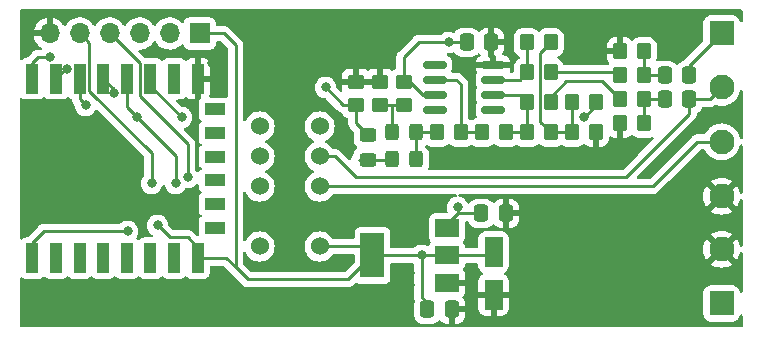
<source format=gbr>
%TF.GenerationSoftware,KiCad,Pcbnew,(6.0.0)*%
%TF.CreationDate,2022-01-02T18:39:14+01:00*%
%TF.ProjectId,esp-door-phone-monitor-v2,6573702d-646f-46f7-922d-70686f6e652d,rev?*%
%TF.SameCoordinates,Original*%
%TF.FileFunction,Copper,L1,Top*%
%TF.FilePolarity,Positive*%
%FSLAX46Y46*%
G04 Gerber Fmt 4.6, Leading zero omitted, Abs format (unit mm)*
G04 Created by KiCad (PCBNEW (6.0.0)) date 2022-01-02 18:39:14*
%MOMM*%
%LPD*%
G01*
G04 APERTURE LIST*
G04 Aperture macros list*
%AMRoundRect*
0 Rectangle with rounded corners*
0 $1 Rounding radius*
0 $2 $3 $4 $5 $6 $7 $8 $9 X,Y pos of 4 corners*
0 Add a 4 corners polygon primitive as box body*
4,1,4,$2,$3,$4,$5,$6,$7,$8,$9,$2,$3,0*
0 Add four circle primitives for the rounded corners*
1,1,$1+$1,$2,$3*
1,1,$1+$1,$4,$5*
1,1,$1+$1,$6,$7*
1,1,$1+$1,$8,$9*
0 Add four rect primitives between the rounded corners*
20,1,$1+$1,$2,$3,$4,$5,0*
20,1,$1+$1,$4,$5,$6,$7,0*
20,1,$1+$1,$6,$7,$8,$9,0*
20,1,$1+$1,$8,$9,$2,$3,0*%
G04 Aperture macros list end*
%TA.AperFunction,SMDPad,CuDef*%
%ADD10RoundRect,0.250000X0.350000X0.450000X-0.350000X0.450000X-0.350000X-0.450000X0.350000X-0.450000X0*%
%TD*%
%TA.AperFunction,ComponentPad*%
%ADD11RoundRect,0.250001X0.799999X-0.799999X0.799999X0.799999X-0.799999X0.799999X-0.799999X-0.799999X0*%
%TD*%
%TA.AperFunction,ComponentPad*%
%ADD12C,2.100000*%
%TD*%
%TA.AperFunction,SMDPad,CuDef*%
%ADD13RoundRect,0.250000X-0.325000X-0.450000X0.325000X-0.450000X0.325000X0.450000X-0.325000X0.450000X0*%
%TD*%
%TA.AperFunction,SMDPad,CuDef*%
%ADD14RoundRect,0.250000X-0.550000X1.050000X-0.550000X-1.050000X0.550000X-1.050000X0.550000X1.050000X0*%
%TD*%
%TA.AperFunction,SMDPad,CuDef*%
%ADD15RoundRect,0.250000X-0.450000X0.350000X-0.450000X-0.350000X0.450000X-0.350000X0.450000X0.350000X0*%
%TD*%
%TA.AperFunction,SMDPad,CuDef*%
%ADD16RoundRect,0.250000X-0.337500X-0.475000X0.337500X-0.475000X0.337500X0.475000X-0.337500X0.475000X0*%
%TD*%
%TA.AperFunction,SMDPad,CuDef*%
%ADD17RoundRect,0.250000X-0.350000X-0.450000X0.350000X-0.450000X0.350000X0.450000X-0.350000X0.450000X0*%
%TD*%
%TA.AperFunction,SMDPad,CuDef*%
%ADD18RoundRect,0.250000X-0.450000X0.325000X-0.450000X-0.325000X0.450000X-0.325000X0.450000X0.325000X0*%
%TD*%
%TA.AperFunction,SMDPad,CuDef*%
%ADD19RoundRect,0.250000X0.450000X-0.350000X0.450000X0.350000X-0.450000X0.350000X-0.450000X-0.350000X0*%
%TD*%
%TA.AperFunction,SMDPad,CuDef*%
%ADD20R,2.000000X1.500000*%
%TD*%
%TA.AperFunction,SMDPad,CuDef*%
%ADD21R,2.000000X3.800000*%
%TD*%
%TA.AperFunction,ComponentPad*%
%ADD22C,1.524000*%
%TD*%
%TA.AperFunction,ComponentPad*%
%ADD23RoundRect,0.250001X-0.799999X0.799999X-0.799999X-0.799999X0.799999X-0.799999X0.799999X0.799999X0*%
%TD*%
%TA.AperFunction,SMDPad,CuDef*%
%ADD24RoundRect,0.250000X0.337500X0.475000X-0.337500X0.475000X-0.337500X-0.475000X0.337500X-0.475000X0*%
%TD*%
%TA.AperFunction,ComponentPad*%
%ADD25R,1.700000X1.700000*%
%TD*%
%TA.AperFunction,ComponentPad*%
%ADD26O,1.700000X1.700000*%
%TD*%
%TA.AperFunction,SMDPad,CuDef*%
%ADD27RoundRect,0.150000X0.825000X0.150000X-0.825000X0.150000X-0.825000X-0.150000X0.825000X-0.150000X0*%
%TD*%
%TA.AperFunction,SMDPad,CuDef*%
%ADD28R,1.000000X2.500000*%
%TD*%
%TA.AperFunction,SMDPad,CuDef*%
%ADD29R,1.800000X1.000000*%
%TD*%
%TA.AperFunction,ViaPad*%
%ADD30C,0.800000*%
%TD*%
%TA.AperFunction,Conductor*%
%ADD31C,0.250000*%
%TD*%
G04 APERTURE END LIST*
D10*
%TO.P,R15,1*%
%TO.N,Net-(R11-Pad2)*%
X161290000Y-90678000D03*
%TO.P,R15,2*%
%TO.N,Net-(R15-Pad2)*%
X159290000Y-90678000D03*
%TD*%
D11*
%TO.P,J2,1,Pin_1*%
%TO.N,+12V*%
X175768000Y-110236000D03*
D12*
%TO.P,J2,2,Pin_2*%
%TO.N,GND*%
X175768000Y-105636000D03*
%TD*%
D13*
%TO.P,D2,1,K*%
%TO.N,Net-(D2-Pad1)*%
X147835000Y-98044000D03*
%TO.P,D2,2,A*%
%TO.N,Net-(D1-Pad2)*%
X149885000Y-98044000D03*
%TD*%
D14*
%TO.P,C1,1*%
%TO.N,VDD*%
X156464000Y-105896000D03*
%TO.P,C1,2*%
%TO.N,GND*%
X156464000Y-109496000D03*
%TD*%
D15*
%TO.P,R21,1*%
%TO.N,VDD*%
X148860000Y-91456000D03*
%TO.P,R21,2*%
%TO.N,Net-(D1-Pad1)*%
X148860000Y-93456000D03*
%TD*%
D13*
%TO.P,D1,1,K*%
%TO.N,Net-(D1-Pad1)*%
X147835000Y-95758000D03*
%TO.P,D1,2,A*%
%TO.N,Net-(D1-Pad2)*%
X149885000Y-95758000D03*
%TD*%
D16*
%TO.P,C5,1*%
%TO.N,VDD*%
X150854500Y-110744000D03*
%TO.P,C5,2*%
%TO.N,GND*%
X152929500Y-110744000D03*
%TD*%
D10*
%TO.P,R13,1*%
%TO.N,VDD*%
X165100000Y-93218000D03*
%TO.P,R13,2*%
%TO.N,Net-(R13-Pad2)*%
X163100000Y-93218000D03*
%TD*%
%TO.P,R18,1*%
%TO.N,Net-(R13-Pad2)*%
X161290000Y-95758000D03*
%TO.P,R18,2*%
%TO.N,Net-(R16-Pad2)*%
X159290000Y-95758000D03*
%TD*%
D16*
%TO.P,C8,1*%
%TO.N,VDD*%
X154172500Y-88138000D03*
%TO.P,C8,2*%
%TO.N,GND*%
X156247500Y-88138000D03*
%TD*%
D17*
%TO.P,R14,1*%
%TO.N,Net-(R13-Pad2)*%
X163100000Y-95758000D03*
%TO.P,R14,2*%
%TO.N,GND*%
X165100000Y-95758000D03*
%TD*%
D18*
%TO.P,D3,1,K*%
%TO.N,ESP_RINGING_SENSE*%
X145812000Y-96003000D03*
%TO.P,D3,2,A*%
%TO.N,Net-(D2-Pad1)*%
X145812000Y-98053000D03*
%TD*%
D19*
%TO.P,R22,1*%
%TO.N,Net-(D1-Pad1)*%
X146828000Y-93456000D03*
%TO.P,R22,2*%
%TO.N,GND*%
X146828000Y-91456000D03*
%TD*%
D10*
%TO.P,R20,1*%
%TO.N,Net-(R19-Pad2)*%
X153670000Y-95758000D03*
%TO.P,R20,2*%
%TO.N,Net-(D1-Pad2)*%
X151670000Y-95758000D03*
%TD*%
D19*
%TO.P,R23,1*%
%TO.N,ESP_RINGING_SENSE*%
X144796000Y-93456000D03*
%TO.P,R23,2*%
%TO.N,GND*%
X144796000Y-91456000D03*
%TD*%
D10*
%TO.P,R10,1*%
%TO.N,Net-(C7-Pad2)*%
X169164000Y-94996000D03*
%TO.P,R10,2*%
%TO.N,GND*%
X167164000Y-94996000D03*
%TD*%
%TO.P,R16,1*%
%TO.N,Net-(R12-Pad2)*%
X161290000Y-93218000D03*
%TO.P,R16,2*%
%TO.N,Net-(R16-Pad2)*%
X159290000Y-93218000D03*
%TD*%
D20*
%TO.P,U2,1,GND*%
%TO.N,GND*%
X152502000Y-108472000D03*
D21*
%TO.P,U2,2,VO*%
%TO.N,VDD*%
X146202000Y-106172000D03*
D20*
X152502000Y-106172000D03*
%TO.P,U2,3,VI*%
%TO.N,+12V*%
X152502000Y-103872000D03*
%TD*%
D10*
%TO.P,R12,1*%
%TO.N,Net-(C7-Pad2)*%
X169164000Y-92964000D03*
%TO.P,R12,2*%
%TO.N,Net-(R12-Pad2)*%
X167164000Y-92964000D03*
%TD*%
%TO.P,R17,1*%
%TO.N,Net-(R13-Pad2)*%
X161290000Y-88138000D03*
%TO.P,R17,2*%
%TO.N,Net-(R15-Pad2)*%
X159290000Y-88138000D03*
%TD*%
D22*
%TO.P,K1,1*%
%TO.N,VDD*%
X141732000Y-105410000D03*
%TO.P,K1,3*%
%TO.N,SPEAKER_GND_OUT*%
X141732000Y-100330000D03*
%TO.P,K1,4*%
%TO.N,SPEAKER_GND*%
X141732000Y-97790000D03*
%TO.P,K1,5*%
%TO.N,unconnected-(K1-Pad5)*%
X141732000Y-95250000D03*
%TO.P,K1,6*%
%TO.N,unconnected-(K1-Pad6)*%
X136652000Y-95250000D03*
%TO.P,K1,7*%
%TO.N,unconnected-(K1-Pad7)*%
X136652000Y-97790000D03*
%TO.P,K1,8*%
%TO.N,unconnected-(K1-Pad8)*%
X136652000Y-100330000D03*
%TO.P,K1,10*%
%TO.N,Net-(D4-Pad1)*%
X136652000Y-105410000D03*
%TD*%
D23*
%TO.P,J1,1,Pin_1*%
%TO.N,SPEAKER_INPUT*%
X175768000Y-87348000D03*
D12*
%TO.P,J1,2,Pin_2*%
%TO.N,SPEAKER_GND*%
X175768000Y-91948000D03*
%TO.P,J1,3,Pin_3*%
%TO.N,SPEAKER_GND_OUT*%
X175768000Y-96548000D03*
%TO.P,J1,4,Pin_4*%
%TO.N,GND*%
X175768000Y-101148000D03*
%TD*%
D16*
%TO.P,C2,1*%
%TO.N,+12V*%
X155426500Y-102616000D03*
%TO.P,C2,2*%
%TO.N,GND*%
X157501500Y-102616000D03*
%TD*%
D24*
%TO.P,C6,1*%
%TO.N,SPEAKER_INPUT*%
X173011500Y-90932000D03*
%TO.P,C6,2*%
%TO.N,Net-(C6-Pad2)*%
X170936500Y-90932000D03*
%TD*%
D25*
%TO.P,J3,1,Pin_1*%
%TO.N,VDD*%
X131572000Y-87376000D03*
D26*
%TO.P,J3,2,Pin_2*%
%TO.N,ESP_RXD*%
X129032000Y-87376000D03*
%TO.P,J3,3,Pin_3*%
%TO.N,ESP_TXD*%
X126492000Y-87376000D03*
%TO.P,J3,4,Pin_4*%
%TO.N,PGM_DTR*%
X123952000Y-87376000D03*
%TO.P,J3,5,Pin_5*%
%TO.N,PGM_RTS*%
X121412000Y-87376000D03*
%TO.P,J3,6,Pin_6*%
%TO.N,GND*%
X118872000Y-87376000D03*
%TD*%
D10*
%TO.P,R19,1*%
%TO.N,Net-(R16-Pad2)*%
X157480000Y-95758000D03*
%TO.P,R19,2*%
%TO.N,Net-(R19-Pad2)*%
X155480000Y-95758000D03*
%TD*%
D27*
%TO.P,U1,1,VOS*%
%TO.N,unconnected-(U1-Pad1)*%
X156415000Y-93853000D03*
%TO.P,U1,2,-*%
%TO.N,Net-(R16-Pad2)*%
X156415000Y-92583000D03*
%TO.P,U1,3,+*%
%TO.N,Net-(R15-Pad2)*%
X156415000Y-91313000D03*
%TO.P,U1,4,V-*%
%TO.N,GND*%
X156415000Y-90043000D03*
%TO.P,U1,5,NC*%
%TO.N,unconnected-(U1-Pad5)*%
X151465000Y-90043000D03*
%TO.P,U1,6*%
%TO.N,Net-(R19-Pad2)*%
X151465000Y-91313000D03*
%TO.P,U1,7,V+*%
%TO.N,VDD*%
X151465000Y-92583000D03*
%TO.P,U1,8,VOS*%
%TO.N,unconnected-(U1-Pad8)*%
X151465000Y-93853000D03*
%TD*%
D10*
%TO.P,R11,1*%
%TO.N,Net-(C6-Pad2)*%
X169164000Y-90932000D03*
%TO.P,R11,2*%
%TO.N,Net-(R11-Pad2)*%
X167164000Y-90932000D03*
%TD*%
D24*
%TO.P,C7,1*%
%TO.N,SPEAKER_GND*%
X173011500Y-92964000D03*
%TO.P,C7,2*%
%TO.N,Net-(C7-Pad2)*%
X170936500Y-92964000D03*
%TD*%
D10*
%TO.P,R9,1*%
%TO.N,Net-(C6-Pad2)*%
X169164000Y-88900000D03*
%TO.P,R9,2*%
%TO.N,GND*%
X167164000Y-88900000D03*
%TD*%
D28*
%TO.P,U3,1,~{RST}*%
%TO.N,ESP_~{RST}*%
X117404000Y-106406000D03*
%TO.P,U3,2,ADC*%
%TO.N,Net-(R5-Pad1)*%
X119404000Y-106406000D03*
%TO.P,U3,3,EN*%
%TO.N,ESP_EN*%
X121404000Y-106406000D03*
%TO.P,U3,4,GPIO16*%
%TO.N,Net-(R7-Pad1)*%
X123404000Y-106406000D03*
%TO.P,U3,5,GPIO14*%
%TO.N,unconnected-(U3-Pad5)*%
X125404000Y-106406000D03*
%TO.P,U3,6,GPIO12*%
%TO.N,unconnected-(U3-Pad6)*%
X127404000Y-106406000D03*
%TO.P,U3,7,GPIO13*%
%TO.N,unconnected-(U3-Pad7)*%
X129404000Y-106406000D03*
%TO.P,U3,8,VCC*%
%TO.N,VDD*%
X131404000Y-106406000D03*
D29*
%TO.P,U3,9,CS0*%
%TO.N,unconnected-(U3-Pad9)*%
X132904000Y-103806000D03*
%TO.P,U3,10,MISO*%
%TO.N,unconnected-(U3-Pad10)*%
X132904000Y-101806000D03*
%TO.P,U3,11,GPIO9*%
%TO.N,unconnected-(U3-Pad11)*%
X132904000Y-99806000D03*
%TO.P,U3,12,GPIO10*%
%TO.N,unconnected-(U3-Pad12)*%
X132904000Y-97806000D03*
%TO.P,U3,13,MOSI*%
%TO.N,unconnected-(U3-Pad13)*%
X132904000Y-95806000D03*
%TO.P,U3,14,SCLK*%
%TO.N,unconnected-(U3-Pad14)*%
X132904000Y-93806000D03*
D28*
%TO.P,U3,15,GND*%
%TO.N,GND*%
X131404000Y-91206000D03*
%TO.P,U3,16,GPIO15*%
%TO.N,unconnected-(U3-Pad16)*%
X129404000Y-91206000D03*
%TO.P,U3,17,GPIO2*%
%TO.N,Net-(R8-Pad2)*%
X127404000Y-91206000D03*
%TO.P,U3,18,GPIO0*%
%TO.N,ESP_GPIO0*%
X125404000Y-91206000D03*
%TO.P,U3,19,GPIO4*%
%TO.N,ESP_RINGING_SENSE*%
X123404000Y-91206000D03*
%TO.P,U3,20,GPIO5*%
%TO.N,ESP_MUTE_CTRL*%
X121404000Y-91206000D03*
%TO.P,U3,21,GPIO3/RXD*%
%TO.N,ESP_RXD*%
X119404000Y-91206000D03*
%TO.P,U3,22,GPIO1/TXD*%
%TO.N,ESP_TXD*%
X117404000Y-91206000D03*
%TD*%
D30*
%TO.N,VDD*%
X128016000Y-103632000D03*
X150368000Y-106172000D03*
X164100000Y-94488000D03*
X152670000Y-88138000D03*
%TO.N,GND*%
X123952000Y-110236000D03*
X131064000Y-95504000D03*
X149352000Y-104648000D03*
X132588000Y-89916000D03*
X160020000Y-108204000D03*
X169672000Y-105664000D03*
X139700000Y-88392000D03*
X149352000Y-103632000D03*
X123444000Y-96012000D03*
X171196000Y-97536000D03*
X165100000Y-98044000D03*
X149352000Y-108712000D03*
X117856000Y-96012000D03*
X172212000Y-87376000D03*
X149352000Y-107696000D03*
X154432000Y-107696000D03*
%TO.N,+12V*%
X153416000Y-102108000D03*
%TO.N,ESP_EN*%
X121404000Y-106406000D03*
%TO.N,Net-(R5-Pad1)*%
X119404000Y-106406000D03*
%TO.N,ESP_GPIO0*%
X126246003Y-94412375D03*
X129540000Y-100076000D03*
%TO.N,Net-(R7-Pad1)*%
X123404000Y-106406000D03*
%TO.N,Net-(R8-Pad2)*%
X130048000Y-94488000D03*
%TO.N,ESP_RINGING_SENSE*%
X124304498Y-92456000D03*
X142240000Y-91948000D03*
%TO.N,ESP_MUTE_CTRL*%
X121920000Y-93472000D03*
%TO.N,ESP_RXD*%
X120304498Y-90424000D03*
%TO.N,ESP_TXD*%
X118869052Y-89357518D03*
%TO.N,PGM_RTS*%
X127508000Y-100076000D03*
%TO.N,ESP_~{RST}*%
X125476000Y-104140000D03*
X117404000Y-106406000D03*
%TO.N,PGM_DTR*%
X130556000Y-99568000D03*
%TD*%
D31*
%TO.N,VDD*%
X150854500Y-110214500D02*
X150368000Y-109728000D01*
X165100000Y-93218000D02*
X165100000Y-93488000D01*
X151465000Y-92583000D02*
X150511000Y-92583000D01*
X152502000Y-106172000D02*
X156188000Y-106172000D01*
X130556000Y-104648000D02*
X131404000Y-105496000D01*
X150511000Y-92583000D02*
X149384000Y-91456000D01*
X149384000Y-91456000D02*
X148860000Y-91456000D01*
X154172500Y-88138000D02*
X152670000Y-88138000D01*
X144170000Y-108204000D02*
X146202000Y-106172000D01*
X133604000Y-87376000D02*
X134620000Y-88392000D01*
X131404000Y-105496000D02*
X131404000Y-106406000D01*
X150368000Y-106172000D02*
X152502000Y-106172000D01*
X165100000Y-93488000D02*
X164100000Y-94488000D01*
X131572000Y-87376000D02*
X133604000Y-87376000D01*
X133838000Y-106406000D02*
X134620000Y-107188000D01*
X148860000Y-89408000D02*
X148860000Y-91456000D01*
X152670000Y-88138000D02*
X150130000Y-88138000D01*
X134620000Y-107188000D02*
X135636000Y-108204000D01*
X150368000Y-109728000D02*
X150368000Y-106172000D01*
X141732000Y-105410000D02*
X145440000Y-105410000D01*
X135636000Y-108204000D02*
X144170000Y-108204000D01*
X150854500Y-110744000D02*
X150854500Y-110214500D01*
X128016000Y-103632000D02*
X129032000Y-104648000D01*
X145440000Y-105410000D02*
X146202000Y-106172000D01*
X150130000Y-88138000D02*
X148860000Y-89408000D01*
X146202000Y-106172000D02*
X150368000Y-106172000D01*
X165100000Y-93218000D02*
X165370000Y-93218000D01*
X134620000Y-88392000D02*
X134620000Y-107188000D01*
X129032000Y-104648000D02*
X130556000Y-104648000D01*
X131404000Y-106406000D02*
X133838000Y-106406000D01*
X156188000Y-106172000D02*
X156464000Y-105896000D01*
%TO.N,GND*%
X156247500Y-89875500D02*
X156415000Y-90043000D01*
X165100000Y-95758000D02*
X165100000Y-96028000D01*
%TO.N,+12V*%
X152502000Y-103872000D02*
X152502000Y-103530000D01*
X153416000Y-102616000D02*
X153416000Y-102108000D01*
X153416000Y-102616000D02*
X155426500Y-102616000D01*
X152502000Y-103530000D02*
X153416000Y-102616000D01*
%TO.N,SPEAKER_INPUT*%
X173011500Y-90104500D02*
X173011500Y-90932000D01*
X175768000Y-87348000D02*
X173011500Y-90104500D01*
%TO.N,SPEAKER_GND*%
X144780000Y-99568000D02*
X167640000Y-99568000D01*
X141732000Y-97790000D02*
X143002000Y-97790000D01*
X173011500Y-94196500D02*
X173011500Y-92964000D01*
X167640000Y-99568000D02*
X173011500Y-94196500D01*
X143002000Y-97790000D02*
X144780000Y-99568000D01*
X174752000Y-92964000D02*
X173011500Y-92964000D01*
X175768000Y-91948000D02*
X174752000Y-92964000D01*
%TO.N,ESP_GPIO0*%
X126246003Y-94412375D02*
X125404000Y-93570372D01*
X125404000Y-93570372D02*
X125404000Y-91206000D01*
X129540000Y-100076000D02*
X129540000Y-97706372D01*
X129540000Y-97706372D02*
X126246003Y-94412375D01*
%TO.N,Net-(R8-Pad2)*%
X127404000Y-91206000D02*
X127404000Y-91844000D01*
X127404000Y-91844000D02*
X130048000Y-94488000D01*
%TO.N,ESP_RINGING_SENSE*%
X144796000Y-93456000D02*
X144796000Y-94987000D01*
X124304498Y-92456000D02*
X124304498Y-92106498D01*
X124304498Y-92106498D02*
X123404000Y-91206000D01*
X143748000Y-93456000D02*
X142240000Y-91948000D01*
X144796000Y-94987000D02*
X145812000Y-96003000D01*
X144796000Y-93456000D02*
X143748000Y-93456000D01*
%TO.N,ESP_MUTE_CTRL*%
X121404000Y-91206000D02*
X121404000Y-92956000D01*
X121404000Y-92956000D02*
X121920000Y-93472000D01*
%TO.N,ESP_RXD*%
X120304498Y-90424000D02*
X120186000Y-90424000D01*
X120186000Y-90424000D02*
X119404000Y-91206000D01*
%TO.N,ESP_TXD*%
X117856000Y-89408000D02*
X117404000Y-89860000D01*
X118818570Y-89408000D02*
X117856000Y-89408000D01*
X117404000Y-89860000D02*
X117404000Y-91206000D01*
X118869052Y-89357518D02*
X118818570Y-89408000D01*
%TO.N,PGM_RTS*%
X127508000Y-100076000D02*
X127508000Y-97536000D01*
X122228511Y-92256511D02*
X122228511Y-88192511D01*
X127508000Y-97536000D02*
X122228511Y-92256511D01*
X122228511Y-88192511D02*
X121412000Y-87376000D01*
%TO.N,ESP_~{RST}*%
X117404000Y-105100000D02*
X117404000Y-106406000D01*
X118364000Y-104140000D02*
X117404000Y-105100000D01*
X125476000Y-104140000D02*
X118364000Y-104140000D01*
%TO.N,PGM_DTR*%
X130556000Y-96757022D02*
X126492000Y-92693022D01*
X130556000Y-99568000D02*
X130556000Y-96757022D01*
X126492000Y-92693022D02*
X126492000Y-89916000D01*
X126492000Y-89916000D02*
X123952000Y-87376000D01*
%TO.N,Net-(C6-Pad2)*%
X170936500Y-90932000D02*
X169164000Y-90932000D01*
X169164000Y-88900000D02*
X169164000Y-90932000D01*
%TO.N,Net-(C7-Pad2)*%
X169164000Y-94996000D02*
X169164000Y-92964000D01*
X170936500Y-92964000D02*
X168894000Y-92964000D01*
%TO.N,Net-(D1-Pad1)*%
X147860000Y-93456000D02*
X146828000Y-93456000D01*
X148860000Y-93456000D02*
X148336000Y-93456000D01*
X147835000Y-93481000D02*
X147860000Y-93456000D01*
X148343000Y-93463000D02*
X148336000Y-93456000D01*
X148336000Y-93456000D02*
X147860000Y-93456000D01*
X147835000Y-95758000D02*
X147835000Y-93481000D01*
%TO.N,Net-(D1-Pad2)*%
X151670000Y-95758000D02*
X149885000Y-95758000D01*
X149885000Y-98044000D02*
X149885000Y-95758000D01*
%TO.N,Net-(D2-Pad1)*%
X147826000Y-98053000D02*
X147835000Y-98044000D01*
X145812000Y-98053000D02*
X147826000Y-98053000D01*
X145295000Y-98298000D02*
X145050000Y-98053000D01*
%TO.N,Net-(R11-Pad2)*%
X166910000Y-90678000D02*
X167164000Y-90932000D01*
X161290000Y-90678000D02*
X166910000Y-90678000D01*
%TO.N,Net-(R12-Pad2)*%
X161290000Y-92726000D02*
X162576000Y-91440000D01*
X162576000Y-91440000D02*
X165640000Y-91440000D01*
X161290000Y-93218000D02*
X161290000Y-92726000D01*
X161290000Y-93218000D02*
X161290000Y-93488000D01*
X167164000Y-92964000D02*
X167164000Y-92694000D01*
X165640000Y-91440000D02*
X167164000Y-92964000D01*
%TO.N,Net-(R13-Pad2)*%
X160365480Y-89062520D02*
X160365480Y-94833480D01*
X163100000Y-95758000D02*
X163100000Y-93218000D01*
X161290000Y-88138000D02*
X160365480Y-89062520D01*
X161290000Y-95758000D02*
X163100000Y-95758000D01*
X161290000Y-88138000D02*
X161560000Y-88138000D01*
X160365480Y-94833480D02*
X161290000Y-95758000D01*
%TO.N,Net-(R15-Pad2)*%
X159290000Y-90678000D02*
X159290000Y-88138000D01*
X159290000Y-90678000D02*
X158655000Y-91313000D01*
X158655000Y-91313000D02*
X156415000Y-91313000D01*
%TO.N,Net-(R16-Pad2)*%
X158655000Y-92583000D02*
X156415000Y-92583000D01*
X159290000Y-93218000D02*
X158655000Y-92583000D01*
X159290000Y-95758000D02*
X157480000Y-95758000D01*
X159290000Y-93218000D02*
X159290000Y-95758000D01*
%TO.N,Net-(R19-Pad2)*%
X153670000Y-91678000D02*
X153670000Y-95758000D01*
X153305000Y-91313000D02*
X153670000Y-91678000D01*
X153670000Y-95758000D02*
X155480000Y-95758000D01*
X151465000Y-91313000D02*
X153305000Y-91313000D01*
%TO.N,SPEAKER_GND_OUT*%
X173708000Y-96548000D02*
X175768000Y-96548000D01*
X141732000Y-100330000D02*
X169926000Y-100330000D01*
X169926000Y-100330000D02*
X173708000Y-96548000D01*
%TD*%
%TA.AperFunction,Conductor*%
%TO.N,GND*%
G36*
X177466551Y-96765661D02*
G01*
X177522462Y-96809416D01*
X177546000Y-96882747D01*
X177546000Y-100815393D01*
X177525998Y-100883514D01*
X177472342Y-100930007D01*
X177402068Y-100940111D01*
X177337488Y-100910617D01*
X177297481Y-100844807D01*
X177255483Y-100669875D01*
X177252434Y-100660490D01*
X177162375Y-100443067D01*
X177157893Y-100434272D01*
X177046928Y-100253195D01*
X177036470Y-100243733D01*
X177027694Y-100247516D01*
X176140022Y-101135188D01*
X176132408Y-101149132D01*
X176132539Y-101150965D01*
X176136790Y-101157580D01*
X177024650Y-102045440D01*
X177037030Y-102052200D01*
X177044680Y-102046473D01*
X177157893Y-101861728D01*
X177162375Y-101852933D01*
X177252434Y-101635510D01*
X177255483Y-101626125D01*
X177297481Y-101451193D01*
X177332833Y-101389624D01*
X177395860Y-101356941D01*
X177466551Y-101363522D01*
X177522462Y-101407276D01*
X177546000Y-101480607D01*
X177546000Y-105303393D01*
X177525998Y-105371514D01*
X177472342Y-105418007D01*
X177402068Y-105428111D01*
X177337488Y-105398617D01*
X177297481Y-105332807D01*
X177255483Y-105157875D01*
X177252434Y-105148490D01*
X177162375Y-104931067D01*
X177157893Y-104922272D01*
X177046928Y-104741195D01*
X177036470Y-104731733D01*
X177027694Y-104735516D01*
X176140022Y-105623188D01*
X176132408Y-105637132D01*
X176132539Y-105638965D01*
X176136790Y-105645580D01*
X177024650Y-106533440D01*
X177037030Y-106540200D01*
X177044680Y-106534473D01*
X177157893Y-106349728D01*
X177162375Y-106340933D01*
X177252434Y-106123510D01*
X177255483Y-106114125D01*
X177297481Y-105939193D01*
X177332833Y-105877624D01*
X177395860Y-105844941D01*
X177466551Y-105851522D01*
X177522462Y-105895276D01*
X177546000Y-105968607D01*
X177546000Y-109194849D01*
X177525998Y-109262970D01*
X177472342Y-109309463D01*
X177402068Y-109319567D01*
X177337488Y-109290073D01*
X177300476Y-109234725D01*
X177296860Y-109223885D01*
X177259550Y-109112055D01*
X177166478Y-108961652D01*
X177041303Y-108836695D01*
X177022374Y-108825027D01*
X176896968Y-108747725D01*
X176896966Y-108747724D01*
X176890738Y-108743885D01*
X176730254Y-108690655D01*
X176729389Y-108690368D01*
X176729387Y-108690368D01*
X176722861Y-108688203D01*
X176716025Y-108687503D01*
X176716022Y-108687502D01*
X176668254Y-108682608D01*
X176618400Y-108677500D01*
X174917600Y-108677500D01*
X174914354Y-108677837D01*
X174914350Y-108677837D01*
X174818693Y-108687762D01*
X174818689Y-108687763D01*
X174811835Y-108688474D01*
X174805299Y-108690655D01*
X174805297Y-108690655D01*
X174715584Y-108720586D01*
X174644055Y-108744450D01*
X174493652Y-108837522D01*
X174368695Y-108962697D01*
X174275885Y-109113262D01*
X174220203Y-109281139D01*
X174219503Y-109287975D01*
X174219502Y-109287978D01*
X174215091Y-109331031D01*
X174209500Y-109385600D01*
X174209500Y-111086400D01*
X174209837Y-111089646D01*
X174209837Y-111089650D01*
X174219098Y-111178901D01*
X174220474Y-111192165D01*
X174222655Y-111198701D01*
X174222655Y-111198703D01*
X174234177Y-111233239D01*
X174276450Y-111359945D01*
X174369522Y-111510348D01*
X174494697Y-111635305D01*
X174500927Y-111639145D01*
X174500928Y-111639146D01*
X174638090Y-111723694D01*
X174645262Y-111728115D01*
X174725005Y-111754564D01*
X174806611Y-111781632D01*
X174806613Y-111781632D01*
X174813139Y-111783797D01*
X174819975Y-111784497D01*
X174819978Y-111784498D01*
X174863031Y-111788909D01*
X174917600Y-111794500D01*
X176618400Y-111794500D01*
X176621646Y-111794163D01*
X176621650Y-111794163D01*
X176717307Y-111784238D01*
X176717311Y-111784237D01*
X176724165Y-111783526D01*
X176730701Y-111781345D01*
X176730703Y-111781345D01*
X176862805Y-111737272D01*
X176891945Y-111727550D01*
X177042348Y-111634478D01*
X177167305Y-111509303D01*
X177171146Y-111503072D01*
X177256275Y-111364968D01*
X177256276Y-111364966D01*
X177260115Y-111358738D01*
X177299511Y-111239963D01*
X177300407Y-111237261D01*
X177340838Y-111178901D01*
X177406402Y-111151664D01*
X177476283Y-111164197D01*
X177528295Y-111212522D01*
X177546000Y-111276928D01*
X177546000Y-112142000D01*
X177525998Y-112210121D01*
X177472342Y-112256614D01*
X177420000Y-112268000D01*
X116458000Y-112268000D01*
X116389879Y-112247998D01*
X116343386Y-112194342D01*
X116332000Y-112142000D01*
X116332000Y-108112913D01*
X116352002Y-108044792D01*
X116405658Y-107998299D01*
X116475932Y-107988195D01*
X116539066Y-108017029D01*
X116540739Y-108019261D01*
X116657295Y-108106615D01*
X116793684Y-108157745D01*
X116855866Y-108164500D01*
X117952134Y-108164500D01*
X118014316Y-108157745D01*
X118150705Y-108106615D01*
X118267261Y-108019261D01*
X118303176Y-107971340D01*
X118360033Y-107928827D01*
X118430851Y-107923801D01*
X118493145Y-107957861D01*
X118504817Y-107971330D01*
X118540739Y-108019261D01*
X118657295Y-108106615D01*
X118793684Y-108157745D01*
X118855866Y-108164500D01*
X119952134Y-108164500D01*
X120014316Y-108157745D01*
X120150705Y-108106615D01*
X120267261Y-108019261D01*
X120303176Y-107971340D01*
X120360033Y-107928827D01*
X120430851Y-107923801D01*
X120493145Y-107957861D01*
X120504817Y-107971330D01*
X120540739Y-108019261D01*
X120657295Y-108106615D01*
X120793684Y-108157745D01*
X120855866Y-108164500D01*
X121952134Y-108164500D01*
X122014316Y-108157745D01*
X122150705Y-108106615D01*
X122267261Y-108019261D01*
X122303176Y-107971340D01*
X122360033Y-107928827D01*
X122430851Y-107923801D01*
X122493145Y-107957861D01*
X122504817Y-107971330D01*
X122540739Y-108019261D01*
X122657295Y-108106615D01*
X122793684Y-108157745D01*
X122855866Y-108164500D01*
X123952134Y-108164500D01*
X124014316Y-108157745D01*
X124150705Y-108106615D01*
X124267261Y-108019261D01*
X124303176Y-107971340D01*
X124360033Y-107928827D01*
X124430851Y-107923801D01*
X124493145Y-107957861D01*
X124504817Y-107971330D01*
X124540739Y-108019261D01*
X124657295Y-108106615D01*
X124793684Y-108157745D01*
X124855866Y-108164500D01*
X125952134Y-108164500D01*
X126014316Y-108157745D01*
X126150705Y-108106615D01*
X126267261Y-108019261D01*
X126303176Y-107971340D01*
X126360033Y-107928827D01*
X126430851Y-107923801D01*
X126493145Y-107957861D01*
X126504817Y-107971330D01*
X126540739Y-108019261D01*
X126657295Y-108106615D01*
X126793684Y-108157745D01*
X126855866Y-108164500D01*
X127952134Y-108164500D01*
X128014316Y-108157745D01*
X128150705Y-108106615D01*
X128267261Y-108019261D01*
X128303176Y-107971340D01*
X128360033Y-107928827D01*
X128430851Y-107923801D01*
X128493145Y-107957861D01*
X128504817Y-107971330D01*
X128540739Y-108019261D01*
X128657295Y-108106615D01*
X128793684Y-108157745D01*
X128855866Y-108164500D01*
X129952134Y-108164500D01*
X130014316Y-108157745D01*
X130150705Y-108106615D01*
X130267261Y-108019261D01*
X130303176Y-107971340D01*
X130360033Y-107928827D01*
X130430851Y-107923801D01*
X130493145Y-107957861D01*
X130504817Y-107971330D01*
X130540739Y-108019261D01*
X130657295Y-108106615D01*
X130793684Y-108157745D01*
X130855866Y-108164500D01*
X131952134Y-108164500D01*
X132014316Y-108157745D01*
X132150705Y-108106615D01*
X132267261Y-108019261D01*
X132354615Y-107902705D01*
X132405745Y-107766316D01*
X132412500Y-107704134D01*
X132412500Y-107165500D01*
X132432502Y-107097379D01*
X132486158Y-107050886D01*
X132538500Y-107039500D01*
X133523405Y-107039500D01*
X133591526Y-107059502D01*
X133612501Y-107076405D01*
X133908710Y-107372615D01*
X134129785Y-107593690D01*
X134142625Y-107608724D01*
X134154528Y-107625107D01*
X134174720Y-107641811D01*
X134188593Y-107653288D01*
X134197373Y-107661278D01*
X135132353Y-108596258D01*
X135139887Y-108604537D01*
X135144000Y-108611018D01*
X135165095Y-108630827D01*
X135193651Y-108657643D01*
X135196493Y-108660398D01*
X135216230Y-108680135D01*
X135219427Y-108682615D01*
X135228447Y-108690318D01*
X135260679Y-108720586D01*
X135267625Y-108724405D01*
X135267628Y-108724407D01*
X135278434Y-108730348D01*
X135294953Y-108741199D01*
X135310959Y-108753614D01*
X135318228Y-108756759D01*
X135318232Y-108756762D01*
X135351537Y-108771174D01*
X135362187Y-108776391D01*
X135400940Y-108797695D01*
X135408615Y-108799666D01*
X135408616Y-108799666D01*
X135420562Y-108802733D01*
X135439267Y-108809137D01*
X135457855Y-108817181D01*
X135465678Y-108818420D01*
X135465688Y-108818423D01*
X135501524Y-108824099D01*
X135513144Y-108826505D01*
X135544959Y-108834673D01*
X135555970Y-108837500D01*
X135576224Y-108837500D01*
X135595934Y-108839051D01*
X135615943Y-108842220D01*
X135623835Y-108841474D01*
X135642580Y-108839702D01*
X135659962Y-108838059D01*
X135671819Y-108837500D01*
X144091233Y-108837500D01*
X144102416Y-108838027D01*
X144109909Y-108839702D01*
X144117835Y-108839453D01*
X144117836Y-108839453D01*
X144177986Y-108837562D01*
X144181945Y-108837500D01*
X144209856Y-108837500D01*
X144213791Y-108837003D01*
X144213856Y-108836995D01*
X144225693Y-108836062D01*
X144257951Y-108835048D01*
X144261970Y-108834922D01*
X144269889Y-108834673D01*
X144289343Y-108829021D01*
X144308700Y-108825013D01*
X144320930Y-108823468D01*
X144320931Y-108823468D01*
X144328797Y-108822474D01*
X144336168Y-108819555D01*
X144336170Y-108819555D01*
X144369912Y-108806196D01*
X144381142Y-108802351D01*
X144415983Y-108792229D01*
X144415984Y-108792229D01*
X144423593Y-108790018D01*
X144430412Y-108785985D01*
X144430417Y-108785983D01*
X144441028Y-108779707D01*
X144458776Y-108771012D01*
X144477617Y-108763552D01*
X144513387Y-108737564D01*
X144523307Y-108731048D01*
X144554535Y-108712580D01*
X144554538Y-108712578D01*
X144561362Y-108708542D01*
X144575683Y-108694221D01*
X144590717Y-108681380D01*
X144592431Y-108680135D01*
X144607107Y-108669472D01*
X144635298Y-108635395D01*
X144643288Y-108626616D01*
X144759153Y-108510751D01*
X144821465Y-108476725D01*
X144892280Y-108481790D01*
X144923813Y-108499020D01*
X144955295Y-108522615D01*
X145091684Y-108573745D01*
X145153866Y-108580500D01*
X147250134Y-108580500D01*
X147312316Y-108573745D01*
X147448705Y-108522615D01*
X147565261Y-108435261D01*
X147652615Y-108318705D01*
X147703745Y-108182316D01*
X147710500Y-108120134D01*
X147710500Y-106931500D01*
X147730502Y-106863379D01*
X147784158Y-106816886D01*
X147836500Y-106805500D01*
X149608500Y-106805500D01*
X149676621Y-106825502D01*
X149723114Y-106879158D01*
X149734500Y-106931500D01*
X149734500Y-109649233D01*
X149733973Y-109660416D01*
X149732298Y-109667909D01*
X149732547Y-109675835D01*
X149732547Y-109675836D01*
X149734438Y-109735986D01*
X149734500Y-109739945D01*
X149734500Y-109767856D01*
X149734997Y-109771790D01*
X149734997Y-109771791D01*
X149735005Y-109771856D01*
X149735938Y-109783693D01*
X149737327Y-109827889D01*
X149742978Y-109847339D01*
X149746987Y-109866700D01*
X149749526Y-109886797D01*
X149752445Y-109894168D01*
X149752445Y-109894170D01*
X149765804Y-109927912D01*
X149769649Y-109939142D01*
X149781325Y-109979331D01*
X149781982Y-109981592D01*
X149781617Y-109981698D01*
X149789720Y-110047330D01*
X149784978Y-110066578D01*
X149769203Y-110114139D01*
X149758500Y-110218600D01*
X149758500Y-111269400D01*
X149758837Y-111272646D01*
X149758837Y-111272650D01*
X149768618Y-111366914D01*
X149769474Y-111375166D01*
X149825450Y-111542946D01*
X149918522Y-111693348D01*
X150043697Y-111818305D01*
X150049927Y-111822145D01*
X150049928Y-111822146D01*
X150187288Y-111906816D01*
X150194262Y-111911115D01*
X150274005Y-111937564D01*
X150355611Y-111964632D01*
X150355613Y-111964632D01*
X150362139Y-111966797D01*
X150368975Y-111967497D01*
X150368978Y-111967498D01*
X150412031Y-111971909D01*
X150466600Y-111977500D01*
X151242400Y-111977500D01*
X151245646Y-111977163D01*
X151245650Y-111977163D01*
X151341308Y-111967238D01*
X151341312Y-111967237D01*
X151348166Y-111966526D01*
X151354702Y-111964345D01*
X151354704Y-111964345D01*
X151486806Y-111920272D01*
X151515946Y-111910550D01*
X151666348Y-111817478D01*
X151791305Y-111692303D01*
X151794102Y-111687765D01*
X151851353Y-111647176D01*
X151922276Y-111643946D01*
X151983687Y-111679572D01*
X151991062Y-111688068D01*
X151999098Y-111698207D01*
X152113829Y-111812739D01*
X152125240Y-111821751D01*
X152263243Y-111906816D01*
X152276424Y-111912963D01*
X152430710Y-111964138D01*
X152444086Y-111967005D01*
X152538438Y-111976672D01*
X152544854Y-111977000D01*
X152657385Y-111977000D01*
X152672624Y-111972525D01*
X152673829Y-111971135D01*
X152675500Y-111963452D01*
X152675500Y-111958884D01*
X153183500Y-111958884D01*
X153187975Y-111974123D01*
X153189365Y-111975328D01*
X153197048Y-111976999D01*
X153314095Y-111976999D01*
X153320614Y-111976662D01*
X153416206Y-111966743D01*
X153429600Y-111963851D01*
X153583784Y-111912412D01*
X153596962Y-111906239D01*
X153734807Y-111820937D01*
X153746208Y-111811901D01*
X153860739Y-111697171D01*
X153869751Y-111685760D01*
X153954816Y-111547757D01*
X153960963Y-111534576D01*
X154012138Y-111380290D01*
X154015005Y-111366914D01*
X154024672Y-111272562D01*
X154025000Y-111266146D01*
X154025000Y-111016115D01*
X154020525Y-111000876D01*
X154019135Y-110999671D01*
X154011452Y-110998000D01*
X153201615Y-110998000D01*
X153186376Y-111002475D01*
X153185171Y-111003865D01*
X153183500Y-111011548D01*
X153183500Y-111958884D01*
X152675500Y-111958884D01*
X152675500Y-110616000D01*
X152682225Y-110593095D01*
X155156001Y-110593095D01*
X155156338Y-110599614D01*
X155166257Y-110695206D01*
X155169149Y-110708600D01*
X155220588Y-110862784D01*
X155226761Y-110875962D01*
X155312063Y-111013807D01*
X155321099Y-111025208D01*
X155435829Y-111139739D01*
X155447240Y-111148751D01*
X155585243Y-111233816D01*
X155598424Y-111239963D01*
X155752710Y-111291138D01*
X155766086Y-111294005D01*
X155860438Y-111303672D01*
X155866854Y-111304000D01*
X156191885Y-111304000D01*
X156207124Y-111299525D01*
X156208329Y-111298135D01*
X156210000Y-111290452D01*
X156210000Y-111285884D01*
X156718000Y-111285884D01*
X156722475Y-111301123D01*
X156723865Y-111302328D01*
X156731548Y-111303999D01*
X157061095Y-111303999D01*
X157067614Y-111303662D01*
X157163206Y-111293743D01*
X157176600Y-111290851D01*
X157330784Y-111239412D01*
X157343962Y-111233239D01*
X157481807Y-111147937D01*
X157493208Y-111138901D01*
X157607739Y-111024171D01*
X157616751Y-111012760D01*
X157701816Y-110874757D01*
X157707963Y-110861576D01*
X157759138Y-110707290D01*
X157762005Y-110693914D01*
X157771672Y-110599562D01*
X157772000Y-110593146D01*
X157772000Y-109768115D01*
X157767525Y-109752876D01*
X157766135Y-109751671D01*
X157758452Y-109750000D01*
X156736115Y-109750000D01*
X156720876Y-109754475D01*
X156719671Y-109755865D01*
X156718000Y-109763548D01*
X156718000Y-111285884D01*
X156210000Y-111285884D01*
X156210000Y-109768115D01*
X156205525Y-109752876D01*
X156204135Y-109751671D01*
X156196452Y-109750000D01*
X155174116Y-109750000D01*
X155158877Y-109754475D01*
X155157672Y-109755865D01*
X155156001Y-109763548D01*
X155156001Y-110593095D01*
X152682225Y-110593095D01*
X152695502Y-110547879D01*
X152749158Y-110501386D01*
X152801500Y-110490000D01*
X154006884Y-110490000D01*
X154022123Y-110485525D01*
X154023328Y-110484135D01*
X154024999Y-110476452D01*
X154024999Y-110221905D01*
X154024662Y-110215386D01*
X154014743Y-110119794D01*
X154011851Y-110106400D01*
X153960412Y-109952216D01*
X153954239Y-109939038D01*
X153868937Y-109801193D01*
X153859901Y-109789792D01*
X153847758Y-109777670D01*
X153813679Y-109715387D01*
X153818682Y-109644567D01*
X153853171Y-109598432D01*
X153851374Y-109596635D01*
X153870285Y-109577724D01*
X153946786Y-109475649D01*
X153955324Y-109460054D01*
X154000478Y-109339606D01*
X154004105Y-109324351D01*
X154009631Y-109273486D01*
X154010000Y-109266672D01*
X154010000Y-108744115D01*
X154005525Y-108728876D01*
X154004135Y-108727671D01*
X153996452Y-108726000D01*
X152374000Y-108726000D01*
X152305879Y-108705998D01*
X152259386Y-108652342D01*
X152248000Y-108600000D01*
X152248000Y-108344000D01*
X152268002Y-108275879D01*
X152321658Y-108229386D01*
X152374000Y-108218000D01*
X153991884Y-108218000D01*
X154007123Y-108213525D01*
X154008328Y-108212135D01*
X154009999Y-108204452D01*
X154009999Y-107677331D01*
X154009629Y-107670510D01*
X154004105Y-107619648D01*
X154000479Y-107604396D01*
X153955324Y-107483946D01*
X153946786Y-107468352D01*
X153894047Y-107397982D01*
X153869199Y-107331476D01*
X153884252Y-107262093D01*
X153894047Y-107246852D01*
X153944176Y-107179965D01*
X153952615Y-107168705D01*
X154003745Y-107032316D01*
X154010500Y-106970134D01*
X154010500Y-106931500D01*
X154030502Y-106863379D01*
X154084158Y-106816886D01*
X154136500Y-106805500D01*
X155029500Y-106805500D01*
X155097621Y-106825502D01*
X155144114Y-106879158D01*
X155155500Y-106931500D01*
X155155500Y-106996400D01*
X155155837Y-106999646D01*
X155155837Y-106999650D01*
X155159227Y-107032316D01*
X155166474Y-107102166D01*
X155168655Y-107108702D01*
X155168655Y-107108704D01*
X155173586Y-107123483D01*
X155222450Y-107269946D01*
X155315522Y-107420348D01*
X155440697Y-107545305D01*
X155446927Y-107549145D01*
X155446928Y-107549146D01*
X155463783Y-107559536D01*
X155511648Y-107589040D01*
X155559140Y-107641811D01*
X155570564Y-107711883D01*
X155542290Y-107777006D01*
X155511834Y-107803443D01*
X155446193Y-107844063D01*
X155434792Y-107853099D01*
X155320261Y-107967829D01*
X155311249Y-107979240D01*
X155226184Y-108117243D01*
X155220037Y-108130424D01*
X155168862Y-108284710D01*
X155165995Y-108298086D01*
X155156328Y-108392438D01*
X155156000Y-108398855D01*
X155156000Y-109223885D01*
X155160475Y-109239124D01*
X155161865Y-109240329D01*
X155169548Y-109242000D01*
X157753884Y-109242000D01*
X157769123Y-109237525D01*
X157770328Y-109236135D01*
X157771999Y-109228452D01*
X157771999Y-108398905D01*
X157771662Y-108392386D01*
X157761743Y-108296794D01*
X157758851Y-108283400D01*
X157707412Y-108129216D01*
X157701239Y-108116038D01*
X157615937Y-107978193D01*
X157606901Y-107966792D01*
X157492171Y-107852261D01*
X157480760Y-107843249D01*
X157416354Y-107803549D01*
X157368861Y-107750777D01*
X157357437Y-107680706D01*
X157385711Y-107615582D01*
X157416167Y-107589145D01*
X157416339Y-107589039D01*
X157488348Y-107544478D01*
X157613305Y-107419303D01*
X157706115Y-107268738D01*
X157761797Y-107100861D01*
X157772500Y-106996400D01*
X157772500Y-106905030D01*
X174863800Y-106905030D01*
X174869527Y-106912680D01*
X175054272Y-107025893D01*
X175063067Y-107030375D01*
X175280490Y-107120434D01*
X175289875Y-107123483D01*
X175518708Y-107178422D01*
X175528455Y-107179965D01*
X175763070Y-107198430D01*
X175772930Y-107198430D01*
X176007545Y-107179965D01*
X176017292Y-107178422D01*
X176246125Y-107123483D01*
X176255510Y-107120434D01*
X176472933Y-107030375D01*
X176481728Y-107025893D01*
X176662805Y-106914928D01*
X176672267Y-106904470D01*
X176668484Y-106895694D01*
X175780812Y-106008022D01*
X175766868Y-106000408D01*
X175765035Y-106000539D01*
X175758420Y-106004790D01*
X174870560Y-106892650D01*
X174863800Y-106905030D01*
X157772500Y-106905030D01*
X157772500Y-105640930D01*
X174205570Y-105640930D01*
X174224035Y-105875545D01*
X174225578Y-105885292D01*
X174280517Y-106114125D01*
X174283566Y-106123510D01*
X174373625Y-106340933D01*
X174378107Y-106349728D01*
X174489072Y-106530805D01*
X174499530Y-106540267D01*
X174508306Y-106536484D01*
X175395978Y-105648812D01*
X175403592Y-105634868D01*
X175403461Y-105633035D01*
X175399210Y-105626420D01*
X174511350Y-104738560D01*
X174498970Y-104731800D01*
X174491320Y-104737527D01*
X174378107Y-104922272D01*
X174373625Y-104931067D01*
X174283566Y-105148490D01*
X174280517Y-105157875D01*
X174225578Y-105386708D01*
X174224035Y-105396455D01*
X174205570Y-105631070D01*
X174205570Y-105640930D01*
X157772500Y-105640930D01*
X157772500Y-104795600D01*
X157771788Y-104788737D01*
X157762238Y-104696692D01*
X157762237Y-104696688D01*
X157761526Y-104689834D01*
X157750582Y-104657029D01*
X157707868Y-104529002D01*
X157705550Y-104522054D01*
X157612478Y-104371652D01*
X157608349Y-104367530D01*
X174863733Y-104367530D01*
X174867516Y-104376306D01*
X175755188Y-105263978D01*
X175769132Y-105271592D01*
X175770965Y-105271461D01*
X175777580Y-105267210D01*
X176665440Y-104379350D01*
X176672200Y-104366970D01*
X176666473Y-104359320D01*
X176481728Y-104246107D01*
X176472933Y-104241625D01*
X176255510Y-104151566D01*
X176246125Y-104148517D01*
X176017292Y-104093578D01*
X176007545Y-104092035D01*
X175772930Y-104073570D01*
X175763070Y-104073570D01*
X175528455Y-104092035D01*
X175518708Y-104093578D01*
X175289875Y-104148517D01*
X175280490Y-104151566D01*
X175063067Y-104241625D01*
X175054272Y-104246107D01*
X174873195Y-104357072D01*
X174863733Y-104367530D01*
X157608349Y-104367530D01*
X157600125Y-104359320D01*
X157492483Y-104251866D01*
X157487303Y-104246695D01*
X157444757Y-104220469D01*
X157342968Y-104157725D01*
X157342966Y-104157724D01*
X157336738Y-104153885D01*
X157206843Y-104110801D01*
X157175389Y-104100368D01*
X157175387Y-104100368D01*
X157168861Y-104098203D01*
X157164447Y-104097751D01*
X157102862Y-104064362D01*
X157084873Y-104031651D01*
X157062191Y-104062141D01*
X156995746Y-104087151D01*
X156986379Y-104087500D01*
X155944066Y-104087500D01*
X155875945Y-104067498D01*
X155842470Y-104028865D01*
X155829158Y-104058012D01*
X155769432Y-104096396D01*
X155763627Y-104097873D01*
X155757834Y-104098474D01*
X155590054Y-104154450D01*
X155439652Y-104247522D01*
X155314695Y-104372697D01*
X155310855Y-104378927D01*
X155310854Y-104378928D01*
X155226021Y-104516553D01*
X155221885Y-104523262D01*
X155166203Y-104691139D01*
X155165503Y-104697975D01*
X155165502Y-104697978D01*
X155163387Y-104718621D01*
X155155500Y-104795600D01*
X155155500Y-105412500D01*
X155135498Y-105480621D01*
X155081842Y-105527114D01*
X155029500Y-105538500D01*
X154136500Y-105538500D01*
X154068379Y-105518498D01*
X154021886Y-105464842D01*
X154010500Y-105412500D01*
X154010500Y-105373866D01*
X154003745Y-105311684D01*
X153952615Y-105175295D01*
X153947229Y-105168108D01*
X153894360Y-105097565D01*
X153869512Y-105031058D01*
X153884565Y-104961676D01*
X153894360Y-104946435D01*
X153947229Y-104875892D01*
X153947230Y-104875890D01*
X153952615Y-104868705D01*
X154003745Y-104732316D01*
X154010500Y-104670134D01*
X154010500Y-103375500D01*
X154030502Y-103307379D01*
X154084158Y-103260886D01*
X154136500Y-103249500D01*
X154251462Y-103249500D01*
X154319583Y-103269502D01*
X154366076Y-103323158D01*
X154370986Y-103335624D01*
X154375409Y-103348882D01*
X154397450Y-103414946D01*
X154490522Y-103565348D01*
X154615697Y-103690305D01*
X154621927Y-103694145D01*
X154621928Y-103694146D01*
X154759288Y-103778816D01*
X154766262Y-103783115D01*
X154846005Y-103809564D01*
X154927611Y-103836632D01*
X154927613Y-103836632D01*
X154934139Y-103838797D01*
X154940975Y-103839497D01*
X154940978Y-103839498D01*
X154984031Y-103843909D01*
X155038600Y-103849500D01*
X155733934Y-103849500D01*
X155802055Y-103869502D01*
X155835530Y-103908135D01*
X155848842Y-103878988D01*
X155908568Y-103840604D01*
X155914373Y-103839127D01*
X155920166Y-103838526D01*
X156087946Y-103782550D01*
X156238348Y-103689478D01*
X156363305Y-103564303D01*
X156366102Y-103559765D01*
X156423353Y-103519176D01*
X156494276Y-103515946D01*
X156555687Y-103551572D01*
X156563062Y-103560068D01*
X156571098Y-103570207D01*
X156685829Y-103684739D01*
X156697240Y-103693751D01*
X156835243Y-103778816D01*
X156848424Y-103784963D01*
X157002708Y-103836137D01*
X157012792Y-103838299D01*
X157075206Y-103872137D01*
X157093196Y-103904850D01*
X157115879Y-103874359D01*
X157182324Y-103849349D01*
X157191690Y-103849000D01*
X157229385Y-103849000D01*
X157244624Y-103844525D01*
X157245829Y-103843135D01*
X157247500Y-103835452D01*
X157247500Y-103830884D01*
X157755500Y-103830884D01*
X157759975Y-103846123D01*
X157761365Y-103847328D01*
X157769048Y-103848999D01*
X157886095Y-103848999D01*
X157892614Y-103848662D01*
X157988206Y-103838743D01*
X158001600Y-103835851D01*
X158155784Y-103784412D01*
X158168962Y-103778239D01*
X158306807Y-103692937D01*
X158318208Y-103683901D01*
X158432739Y-103569171D01*
X158441751Y-103557760D01*
X158526816Y-103419757D01*
X158532963Y-103406576D01*
X158584138Y-103252290D01*
X158587005Y-103238914D01*
X158596672Y-103144562D01*
X158597000Y-103138146D01*
X158597000Y-102888115D01*
X158592525Y-102872876D01*
X158591135Y-102871671D01*
X158583452Y-102870000D01*
X157773615Y-102870000D01*
X157758376Y-102874475D01*
X157757171Y-102875865D01*
X157755500Y-102883548D01*
X157755500Y-103830884D01*
X157247500Y-103830884D01*
X157247500Y-102417030D01*
X174863800Y-102417030D01*
X174869527Y-102424680D01*
X175054272Y-102537893D01*
X175063067Y-102542375D01*
X175280490Y-102632434D01*
X175289875Y-102635483D01*
X175518708Y-102690422D01*
X175528455Y-102691965D01*
X175763070Y-102710430D01*
X175772930Y-102710430D01*
X176007545Y-102691965D01*
X176017292Y-102690422D01*
X176246125Y-102635483D01*
X176255510Y-102632434D01*
X176472933Y-102542375D01*
X176481728Y-102537893D01*
X176662805Y-102426928D01*
X176672267Y-102416470D01*
X176668484Y-102407694D01*
X175780812Y-101520022D01*
X175766868Y-101512408D01*
X175765035Y-101512539D01*
X175758420Y-101516790D01*
X174870560Y-102404650D01*
X174863800Y-102417030D01*
X157247500Y-102417030D01*
X157247500Y-102343885D01*
X157755500Y-102343885D01*
X157759975Y-102359124D01*
X157761365Y-102360329D01*
X157769048Y-102362000D01*
X158578884Y-102362000D01*
X158594123Y-102357525D01*
X158595328Y-102356135D01*
X158596999Y-102348452D01*
X158596999Y-102093905D01*
X158596662Y-102087386D01*
X158586743Y-101991794D01*
X158583851Y-101978400D01*
X158532412Y-101824216D01*
X158526239Y-101811038D01*
X158440937Y-101673193D01*
X158431901Y-101661792D01*
X158317171Y-101547261D01*
X158305760Y-101538249D01*
X158167757Y-101453184D01*
X158154576Y-101447037D01*
X158000290Y-101395862D01*
X157986914Y-101392995D01*
X157892562Y-101383328D01*
X157886145Y-101383000D01*
X157773615Y-101383000D01*
X157758376Y-101387475D01*
X157757171Y-101388865D01*
X157755500Y-101396548D01*
X157755500Y-102343885D01*
X157247500Y-102343885D01*
X157247500Y-101401116D01*
X157243025Y-101385877D01*
X157241635Y-101384672D01*
X157233952Y-101383001D01*
X157116905Y-101383001D01*
X157110386Y-101383338D01*
X157014794Y-101393257D01*
X157001400Y-101396149D01*
X156847216Y-101447588D01*
X156834038Y-101453761D01*
X156696193Y-101539063D01*
X156684792Y-101548099D01*
X156570262Y-101662828D01*
X156563206Y-101671762D01*
X156505288Y-101712823D01*
X156434365Y-101716053D01*
X156372954Y-101680426D01*
X156366154Y-101672593D01*
X156362478Y-101666652D01*
X156237303Y-101541695D01*
X156196900Y-101516790D01*
X156092968Y-101452725D01*
X156092966Y-101452724D01*
X156086738Y-101448885D01*
X155961290Y-101407276D01*
X155925389Y-101395368D01*
X155925387Y-101395368D01*
X155918861Y-101393203D01*
X155912025Y-101392503D01*
X155912022Y-101392502D01*
X155863639Y-101387545D01*
X155814400Y-101382500D01*
X155038600Y-101382500D01*
X155035354Y-101382837D01*
X155035350Y-101382837D01*
X154939692Y-101392762D01*
X154939688Y-101392763D01*
X154932834Y-101393474D01*
X154926298Y-101395655D01*
X154926296Y-101395655D01*
X154909928Y-101401116D01*
X154765054Y-101449450D01*
X154614652Y-101542522D01*
X154489695Y-101667697D01*
X154458425Y-101718427D01*
X154456504Y-101721543D01*
X154403732Y-101769036D01*
X154333660Y-101780460D01*
X154268537Y-101752186D01*
X154240125Y-101718427D01*
X154207246Y-101661479D01*
X154155040Y-101571056D01*
X154134370Y-101548099D01*
X154031675Y-101434045D01*
X154031674Y-101434044D01*
X154027253Y-101429134D01*
X153872752Y-101316882D01*
X153866724Y-101314198D01*
X153866722Y-101314197D01*
X153704319Y-101241891D01*
X153704318Y-101241891D01*
X153698288Y-101239206D01*
X153573809Y-101212747D01*
X153511336Y-101179018D01*
X153496929Y-101152930D01*
X174205570Y-101152930D01*
X174224035Y-101387545D01*
X174225578Y-101397292D01*
X174280517Y-101626125D01*
X174283566Y-101635510D01*
X174373625Y-101852933D01*
X174378107Y-101861728D01*
X174489072Y-102042805D01*
X174499530Y-102052267D01*
X174508306Y-102048484D01*
X175395978Y-101160812D01*
X175403592Y-101146868D01*
X175403461Y-101145035D01*
X175399210Y-101138420D01*
X174511350Y-100250560D01*
X174498970Y-100243800D01*
X174491320Y-100249527D01*
X174378107Y-100434272D01*
X174373625Y-100443067D01*
X174283566Y-100660490D01*
X174280517Y-100669875D01*
X174225578Y-100898708D01*
X174224035Y-100908455D01*
X174205570Y-101143070D01*
X174205570Y-101152930D01*
X153496929Y-101152930D01*
X153477014Y-101116869D01*
X153481742Y-101046030D01*
X153524018Y-100988992D01*
X153590419Y-100963865D01*
X153600006Y-100963500D01*
X169847233Y-100963500D01*
X169858416Y-100964027D01*
X169865909Y-100965702D01*
X169873835Y-100965453D01*
X169873836Y-100965453D01*
X169933986Y-100963562D01*
X169937945Y-100963500D01*
X169965856Y-100963500D01*
X169969791Y-100963003D01*
X169969856Y-100962995D01*
X169981693Y-100962062D01*
X170013951Y-100961048D01*
X170017970Y-100960922D01*
X170025889Y-100960673D01*
X170045343Y-100955021D01*
X170064700Y-100951013D01*
X170076930Y-100949468D01*
X170076931Y-100949468D01*
X170084797Y-100948474D01*
X170092168Y-100945555D01*
X170092170Y-100945555D01*
X170125912Y-100932196D01*
X170137142Y-100928351D01*
X170171983Y-100918229D01*
X170171984Y-100918229D01*
X170179593Y-100916018D01*
X170186412Y-100911985D01*
X170186417Y-100911983D01*
X170197028Y-100905707D01*
X170214776Y-100897012D01*
X170233617Y-100889552D01*
X170269387Y-100863564D01*
X170279307Y-100857048D01*
X170310535Y-100838580D01*
X170310538Y-100838578D01*
X170317362Y-100834542D01*
X170331683Y-100820221D01*
X170346717Y-100807380D01*
X170363107Y-100795472D01*
X170391298Y-100761395D01*
X170399288Y-100752616D01*
X171272374Y-99879530D01*
X174863733Y-99879530D01*
X174867516Y-99888306D01*
X175755188Y-100775978D01*
X175769132Y-100783592D01*
X175770965Y-100783461D01*
X175777580Y-100779210D01*
X176665440Y-99891350D01*
X176672200Y-99878970D01*
X176666473Y-99871320D01*
X176481728Y-99758107D01*
X176472933Y-99753625D01*
X176255510Y-99663566D01*
X176246125Y-99660517D01*
X176017292Y-99605578D01*
X176007545Y-99604035D01*
X175772930Y-99585570D01*
X175763070Y-99585570D01*
X175528455Y-99604035D01*
X175518708Y-99605578D01*
X175289875Y-99660517D01*
X175280490Y-99663566D01*
X175063067Y-99753625D01*
X175054272Y-99758107D01*
X174873195Y-99869072D01*
X174863733Y-99879530D01*
X171272374Y-99879530D01*
X173933499Y-97218405D01*
X173995811Y-97184379D01*
X174022594Y-97181500D01*
X174259454Y-97181500D01*
X174327575Y-97201502D01*
X174371721Y-97250297D01*
X174373177Y-97253154D01*
X174375073Y-97257732D01*
X174377662Y-97261956D01*
X174377662Y-97261957D01*
X174470063Y-97412742D01*
X174503248Y-97466896D01*
X174506463Y-97470660D01*
X174506465Y-97470663D01*
X174629543Y-97614767D01*
X174662567Y-97653433D01*
X174666323Y-97656641D01*
X174816055Y-97784525D01*
X174849104Y-97812752D01*
X174853327Y-97815340D01*
X174853330Y-97815342D01*
X174922515Y-97857738D01*
X175058268Y-97940927D01*
X175202967Y-98000864D01*
X175280335Y-98032911D01*
X175280337Y-98032912D01*
X175284908Y-98034805D01*
X175367563Y-98054649D01*
X175518630Y-98090917D01*
X175518636Y-98090918D01*
X175523443Y-98092072D01*
X175768000Y-98111319D01*
X176012557Y-98092072D01*
X176017364Y-98090918D01*
X176017370Y-98090917D01*
X176168437Y-98054649D01*
X176251092Y-98034805D01*
X176255663Y-98032912D01*
X176255665Y-98032911D01*
X176333033Y-98000864D01*
X176477732Y-97940927D01*
X176613485Y-97857738D01*
X176682670Y-97815342D01*
X176682673Y-97815340D01*
X176686896Y-97812752D01*
X176719946Y-97784525D01*
X176869677Y-97656641D01*
X176873433Y-97653433D01*
X176906457Y-97614767D01*
X177029535Y-97470663D01*
X177029537Y-97470660D01*
X177032752Y-97466896D01*
X177160927Y-97257732D01*
X177243679Y-97057953D01*
X177252911Y-97035665D01*
X177252912Y-97035663D01*
X177254805Y-97031092D01*
X177297481Y-96853333D01*
X177332833Y-96791764D01*
X177395860Y-96759081D01*
X177466551Y-96765661D01*
G37*
%TD.AperFunction*%
%TA.AperFunction,Conductor*%
G36*
X177488121Y-85364002D02*
G01*
X177534614Y-85417658D01*
X177546000Y-85470000D01*
X177546000Y-86306849D01*
X177525998Y-86374970D01*
X177472342Y-86421463D01*
X177402068Y-86431567D01*
X177337488Y-86402073D01*
X177300476Y-86346725D01*
X177261868Y-86231003D01*
X177259550Y-86224055D01*
X177166478Y-86073652D01*
X177041303Y-85948695D01*
X177035072Y-85944854D01*
X176896968Y-85859725D01*
X176896966Y-85859724D01*
X176890738Y-85855885D01*
X176730254Y-85802655D01*
X176729389Y-85802368D01*
X176729387Y-85802368D01*
X176722861Y-85800203D01*
X176716025Y-85799503D01*
X176716022Y-85799502D01*
X176672969Y-85795091D01*
X176618400Y-85789500D01*
X174917600Y-85789500D01*
X174914354Y-85789837D01*
X174914350Y-85789837D01*
X174818693Y-85799762D01*
X174818689Y-85799763D01*
X174811835Y-85800474D01*
X174805299Y-85802655D01*
X174805297Y-85802655D01*
X174673195Y-85846728D01*
X174644055Y-85856450D01*
X174493652Y-85949522D01*
X174368695Y-86074697D01*
X174364855Y-86080927D01*
X174364854Y-86080928D01*
X174332980Y-86132638D01*
X174275885Y-86225262D01*
X174273581Y-86232209D01*
X174230947Y-86360748D01*
X174220203Y-86393139D01*
X174219503Y-86399975D01*
X174219502Y-86399978D01*
X174218651Y-86408285D01*
X174209500Y-86497600D01*
X174209500Y-87958406D01*
X174189498Y-88026527D01*
X174172595Y-88047501D01*
X173394079Y-88826016D01*
X172619247Y-89600848D01*
X172610961Y-89608388D01*
X172604482Y-89612500D01*
X172599057Y-89618277D01*
X172557857Y-89662151D01*
X172555102Y-89664993D01*
X172535365Y-89684730D01*
X172534249Y-89686169D01*
X172480045Y-89722081D01*
X172350054Y-89765450D01*
X172343830Y-89769301D01*
X172343829Y-89769302D01*
X172237752Y-89834945D01*
X172199652Y-89858522D01*
X172074695Y-89983697D01*
X172072094Y-89987916D01*
X172014970Y-90028417D01*
X171944047Y-90031649D01*
X171882635Y-89996024D01*
X171876078Y-89988470D01*
X171872478Y-89982652D01*
X171747303Y-89857695D01*
X171720266Y-89841029D01*
X171602968Y-89768725D01*
X171602966Y-89768724D01*
X171596738Y-89764885D01*
X171478906Y-89725802D01*
X171435389Y-89711368D01*
X171435387Y-89711368D01*
X171428861Y-89709203D01*
X171422025Y-89708503D01*
X171422022Y-89708502D01*
X171378969Y-89704091D01*
X171324400Y-89698500D01*
X170548600Y-89698500D01*
X170545354Y-89698837D01*
X170545350Y-89698837D01*
X170449692Y-89708762D01*
X170449688Y-89708763D01*
X170442834Y-89709474D01*
X170436301Y-89711654D01*
X170436290Y-89711656D01*
X170401643Y-89723216D01*
X170330693Y-89725802D01*
X170269609Y-89689618D01*
X170237784Y-89626154D01*
X170242173Y-89564026D01*
X170259632Y-89511389D01*
X170259632Y-89511387D01*
X170261797Y-89504861D01*
X170262980Y-89493322D01*
X170269558Y-89429115D01*
X170272500Y-89400400D01*
X170272500Y-88399600D01*
X170271885Y-88393671D01*
X170262238Y-88300692D01*
X170262237Y-88300688D01*
X170261526Y-88293834D01*
X170258410Y-88284492D01*
X170207868Y-88133002D01*
X170205550Y-88126054D01*
X170112478Y-87975652D01*
X169987303Y-87850695D01*
X169981072Y-87846854D01*
X169842968Y-87761725D01*
X169842966Y-87761724D01*
X169836738Y-87757885D01*
X169695887Y-87711167D01*
X169675389Y-87704368D01*
X169675387Y-87704368D01*
X169668861Y-87702203D01*
X169662025Y-87701503D01*
X169662022Y-87701502D01*
X169618969Y-87697091D01*
X169564400Y-87691500D01*
X168763600Y-87691500D01*
X168760354Y-87691837D01*
X168760350Y-87691837D01*
X168664692Y-87701762D01*
X168664688Y-87701763D01*
X168657834Y-87702474D01*
X168651298Y-87704655D01*
X168651296Y-87704655D01*
X168619171Y-87715373D01*
X168490054Y-87758450D01*
X168339652Y-87851522D01*
X168334479Y-87856704D01*
X168252862Y-87938463D01*
X168190579Y-87972542D01*
X168119759Y-87967539D01*
X168074671Y-87938618D01*
X167992171Y-87856261D01*
X167980760Y-87847249D01*
X167842757Y-87762184D01*
X167829576Y-87756037D01*
X167675290Y-87704862D01*
X167661914Y-87701995D01*
X167567562Y-87692328D01*
X167561145Y-87692000D01*
X167436115Y-87692000D01*
X167420876Y-87696475D01*
X167419671Y-87697865D01*
X167418000Y-87705548D01*
X167418000Y-89028000D01*
X167397998Y-89096121D01*
X167344342Y-89142614D01*
X167292000Y-89154000D01*
X166074116Y-89154000D01*
X166058877Y-89158475D01*
X166057672Y-89159865D01*
X166056001Y-89167548D01*
X166056001Y-89397095D01*
X166056338Y-89403614D01*
X166066257Y-89499206D01*
X166069149Y-89512600D01*
X166120588Y-89666784D01*
X166126761Y-89679962D01*
X166212063Y-89817807D01*
X166225646Y-89834945D01*
X166223831Y-89836384D01*
X166252544Y-89888870D01*
X166247535Y-89959690D01*
X166218621Y-90004764D01*
X166215876Y-90007514D01*
X166153595Y-90041596D01*
X166126700Y-90044500D01*
X162469197Y-90044500D01*
X162401076Y-90024498D01*
X162354583Y-89970842D01*
X162349674Y-89958377D01*
X162333867Y-89910998D01*
X162333866Y-89910996D01*
X162331550Y-89904054D01*
X162318845Y-89883522D01*
X162242332Y-89759880D01*
X162238478Y-89753652D01*
X162113303Y-89628695D01*
X162103706Y-89622779D01*
X161968968Y-89539725D01*
X161968966Y-89539724D01*
X161962738Y-89535885D01*
X161946569Y-89530522D01*
X161937570Y-89527537D01*
X161879209Y-89487107D01*
X161851972Y-89421543D01*
X161864505Y-89351661D01*
X161912829Y-89299649D01*
X161937359Y-89288421D01*
X161956993Y-89281871D01*
X161957003Y-89281867D01*
X161963946Y-89279550D01*
X162114348Y-89186478D01*
X162136997Y-89163790D01*
X162234134Y-89066483D01*
X162239305Y-89061303D01*
X162248430Y-89046500D01*
X162328275Y-88916968D01*
X162328276Y-88916966D01*
X162332115Y-88910738D01*
X162377303Y-88774500D01*
X162385632Y-88749389D01*
X162385632Y-88749387D01*
X162387797Y-88742861D01*
X162388692Y-88734131D01*
X162394257Y-88679813D01*
X162398500Y-88638400D01*
X162398500Y-88627885D01*
X166056000Y-88627885D01*
X166060475Y-88643124D01*
X166061865Y-88644329D01*
X166069548Y-88646000D01*
X166891885Y-88646000D01*
X166907124Y-88641525D01*
X166908329Y-88640135D01*
X166910000Y-88632452D01*
X166910000Y-87710116D01*
X166905525Y-87694877D01*
X166904135Y-87693672D01*
X166896452Y-87692001D01*
X166766905Y-87692001D01*
X166760386Y-87692338D01*
X166664794Y-87702257D01*
X166651400Y-87705149D01*
X166497216Y-87756588D01*
X166484038Y-87762761D01*
X166346193Y-87848063D01*
X166334792Y-87857099D01*
X166220261Y-87971829D01*
X166211249Y-87983240D01*
X166126184Y-88121243D01*
X166120037Y-88134424D01*
X166068862Y-88288710D01*
X166065995Y-88302086D01*
X166056328Y-88396438D01*
X166056000Y-88402855D01*
X166056000Y-88627885D01*
X162398500Y-88627885D01*
X162398500Y-87637600D01*
X162398070Y-87633458D01*
X162388238Y-87538692D01*
X162388237Y-87538688D01*
X162387526Y-87531834D01*
X162383089Y-87518533D01*
X162333868Y-87371002D01*
X162331550Y-87364054D01*
X162238478Y-87213652D01*
X162113303Y-87088695D01*
X162082494Y-87069704D01*
X161968968Y-86999725D01*
X161968966Y-86999724D01*
X161962738Y-86995885D01*
X161881793Y-86969037D01*
X161801389Y-86942368D01*
X161801387Y-86942368D01*
X161794861Y-86940203D01*
X161788025Y-86939503D01*
X161788022Y-86939502D01*
X161744969Y-86935091D01*
X161690400Y-86929500D01*
X160889600Y-86929500D01*
X160886354Y-86929837D01*
X160886350Y-86929837D01*
X160790692Y-86939762D01*
X160790688Y-86939763D01*
X160783834Y-86940474D01*
X160777298Y-86942655D01*
X160777296Y-86942655D01*
X160680455Y-86974964D01*
X160616054Y-86996450D01*
X160465652Y-87089522D01*
X160460479Y-87094704D01*
X160379216Y-87176109D01*
X160316934Y-87210188D01*
X160246114Y-87205185D01*
X160201025Y-87176264D01*
X160118483Y-87093866D01*
X160113303Y-87088695D01*
X160082494Y-87069704D01*
X159968968Y-86999725D01*
X159968966Y-86999724D01*
X159962738Y-86995885D01*
X159881793Y-86969037D01*
X159801389Y-86942368D01*
X159801387Y-86942368D01*
X159794861Y-86940203D01*
X159788025Y-86939503D01*
X159788022Y-86939502D01*
X159744969Y-86935091D01*
X159690400Y-86929500D01*
X158889600Y-86929500D01*
X158886354Y-86929837D01*
X158886350Y-86929837D01*
X158790692Y-86939762D01*
X158790688Y-86939763D01*
X158783834Y-86940474D01*
X158777298Y-86942655D01*
X158777296Y-86942655D01*
X158680455Y-86974964D01*
X158616054Y-86996450D01*
X158465652Y-87089522D01*
X158340695Y-87214697D01*
X158336855Y-87220927D01*
X158336854Y-87220928D01*
X158254185Y-87355042D01*
X158247885Y-87365262D01*
X158245581Y-87372209D01*
X158197048Y-87518533D01*
X158192203Y-87533139D01*
X158181500Y-87637600D01*
X158181500Y-88638400D01*
X158181837Y-88641646D01*
X158181837Y-88641650D01*
X158191741Y-88737097D01*
X158192474Y-88744166D01*
X158194655Y-88750702D01*
X158194655Y-88750704D01*
X158217966Y-88820574D01*
X158248450Y-88911946D01*
X158341522Y-89062348D01*
X158466697Y-89187305D01*
X158472927Y-89191145D01*
X158472928Y-89191146D01*
X158596616Y-89267389D01*
X158644110Y-89320162D01*
X158656500Y-89374649D01*
X158656500Y-89441219D01*
X158636498Y-89509340D01*
X158596803Y-89548363D01*
X158465652Y-89629522D01*
X158340695Y-89754697D01*
X158336855Y-89760927D01*
X158336854Y-89760928D01*
X158261796Y-89882695D01*
X158247885Y-89905262D01*
X158245581Y-89912209D01*
X158205965Y-90031649D01*
X158192203Y-90073139D01*
X158191503Y-90079975D01*
X158191502Y-90079978D01*
X158187606Y-90118010D01*
X158181500Y-90177600D01*
X158181500Y-90553500D01*
X158161498Y-90621621D01*
X158107842Y-90668114D01*
X158055500Y-90679500D01*
X157937643Y-90679500D01*
X157869522Y-90659498D01*
X157823029Y-90605842D01*
X157812925Y-90535568D01*
X157829189Y-90489361D01*
X157844648Y-90463221D01*
X157850893Y-90448790D01*
X157889939Y-90314395D01*
X157889899Y-90300294D01*
X157882630Y-90297000D01*
X154953122Y-90297000D01*
X154939591Y-90300973D01*
X154938456Y-90308871D01*
X154979107Y-90448790D01*
X154985352Y-90463221D01*
X155061911Y-90592677D01*
X155067871Y-90600360D01*
X155093820Y-90666444D01*
X155079922Y-90736067D01*
X155069579Y-90752161D01*
X155065547Y-90756193D01*
X154980855Y-90899399D01*
X154978644Y-90907010D01*
X154978643Y-90907012D01*
X154976467Y-90914502D01*
X154934438Y-91059169D01*
X154933934Y-91065574D01*
X154933933Y-91065579D01*
X154931693Y-91094042D01*
X154931500Y-91096498D01*
X154931500Y-91529502D01*
X154931693Y-91531950D01*
X154931693Y-91531958D01*
X154933795Y-91558659D01*
X154934438Y-91566831D01*
X154955156Y-91638144D01*
X154975590Y-91708477D01*
X154980855Y-91726601D01*
X155065547Y-91869807D01*
X155068229Y-91872489D01*
X155093502Y-91936861D01*
X155079600Y-92006484D01*
X155069428Y-92022312D01*
X155065547Y-92026193D01*
X154980855Y-92169399D01*
X154934438Y-92329169D01*
X154933934Y-92335574D01*
X154933933Y-92335579D01*
X154931693Y-92364042D01*
X154931500Y-92366498D01*
X154931500Y-92799502D01*
X154931693Y-92801950D01*
X154931693Y-92801958D01*
X154933479Y-92824642D01*
X154934438Y-92836831D01*
X154953147Y-92901229D01*
X154970084Y-92959525D01*
X154980855Y-92996601D01*
X155065547Y-93139807D01*
X155068229Y-93142489D01*
X155093502Y-93206861D01*
X155079600Y-93276484D01*
X155069428Y-93292312D01*
X155065547Y-93296193D01*
X154980855Y-93439399D01*
X154978644Y-93447010D01*
X154978643Y-93447012D01*
X154964971Y-93494073D01*
X154934438Y-93599169D01*
X154933934Y-93605574D01*
X154933933Y-93605579D01*
X154931693Y-93634042D01*
X154931500Y-93636498D01*
X154931500Y-94069502D01*
X154934438Y-94106831D01*
X154956958Y-94184345D01*
X154976045Y-94250043D01*
X154980855Y-94266601D01*
X155045624Y-94376119D01*
X155063083Y-94444933D01*
X155040566Y-94512264D01*
X154985222Y-94556733D01*
X154973776Y-94560299D01*
X154973834Y-94560474D01*
X154806054Y-94616450D01*
X154728471Y-94664460D01*
X154661874Y-94705671D01*
X154661870Y-94705674D01*
X154655652Y-94709522D01*
X154652294Y-94712886D01*
X154587460Y-94739128D01*
X154517696Y-94725957D01*
X154497831Y-94713215D01*
X154493303Y-94708695D01*
X154487072Y-94704854D01*
X154487071Y-94704853D01*
X154363384Y-94628611D01*
X154315890Y-94575838D01*
X154303500Y-94521351D01*
X154303500Y-91756767D01*
X154304027Y-91745584D01*
X154305702Y-91738091D01*
X154305440Y-91729738D01*
X154303562Y-91670001D01*
X154303500Y-91666043D01*
X154303500Y-91638144D01*
X154302996Y-91634153D01*
X154302063Y-91622311D01*
X154301779Y-91613253D01*
X154300674Y-91578111D01*
X154298462Y-91570497D01*
X154298461Y-91570492D01*
X154295023Y-91558659D01*
X154291012Y-91539295D01*
X154289467Y-91527064D01*
X154288474Y-91519203D01*
X154285557Y-91511836D01*
X154285556Y-91511831D01*
X154272198Y-91478092D01*
X154268354Y-91466865D01*
X154258230Y-91432022D01*
X154256018Y-91424407D01*
X154245707Y-91406972D01*
X154237012Y-91389224D01*
X154229552Y-91370383D01*
X154203564Y-91334613D01*
X154197048Y-91324693D01*
X154178578Y-91293463D01*
X154174542Y-91286638D01*
X154168936Y-91281031D01*
X154160220Y-91272315D01*
X154147379Y-91257281D01*
X154140131Y-91247305D01*
X154140130Y-91247304D01*
X154135472Y-91240893D01*
X154101407Y-91212712D01*
X154092626Y-91204722D01*
X153808647Y-90920742D01*
X153801113Y-90912463D01*
X153797000Y-90905982D01*
X153747347Y-90859355D01*
X153744506Y-90856601D01*
X153724770Y-90836865D01*
X153721573Y-90834385D01*
X153712551Y-90826680D01*
X153686100Y-90801841D01*
X153680321Y-90796414D01*
X153673375Y-90792595D01*
X153673372Y-90792593D01*
X153662566Y-90786652D01*
X153646047Y-90775801D01*
X153645583Y-90775441D01*
X153630041Y-90763386D01*
X153622772Y-90760241D01*
X153622768Y-90760238D01*
X153589463Y-90745826D01*
X153578813Y-90740609D01*
X153540060Y-90719305D01*
X153520437Y-90714267D01*
X153501734Y-90707863D01*
X153490420Y-90702967D01*
X153490419Y-90702967D01*
X153483145Y-90699819D01*
X153475322Y-90698580D01*
X153475312Y-90698577D01*
X153439476Y-90692901D01*
X153427856Y-90690495D01*
X153392711Y-90681472D01*
X153392710Y-90681472D01*
X153385030Y-90679500D01*
X153364776Y-90679500D01*
X153345065Y-90677949D01*
X153332886Y-90676020D01*
X153325057Y-90674780D01*
X153317165Y-90675526D01*
X153281039Y-90678941D01*
X153269181Y-90679500D01*
X152988224Y-90679500D01*
X152920103Y-90659498D01*
X152873610Y-90605842D01*
X152863506Y-90535568D01*
X152879769Y-90489364D01*
X152899145Y-90456601D01*
X152901415Y-90448790D01*
X152916656Y-90396326D01*
X152945562Y-90296831D01*
X152947139Y-90276803D01*
X152948307Y-90261958D01*
X152948307Y-90261950D01*
X152948500Y-90259502D01*
X152948500Y-89826498D01*
X152945562Y-89789169D01*
X152915220Y-89684730D01*
X152901357Y-89637012D01*
X152901356Y-89637010D01*
X152899145Y-89629399D01*
X152866735Y-89574596D01*
X152818491Y-89493020D01*
X152818489Y-89493017D01*
X152814453Y-89486193D01*
X152696807Y-89368547D01*
X152689983Y-89364511D01*
X152689980Y-89364509D01*
X152553601Y-89283855D01*
X152554342Y-89282602D01*
X152506419Y-89242725D01*
X152485059Y-89175018D01*
X152503696Y-89106511D01*
X152556412Y-89058955D01*
X152611034Y-89046500D01*
X152765487Y-89046500D01*
X152771939Y-89045128D01*
X152771944Y-89045128D01*
X152858888Y-89026647D01*
X152952288Y-89006794D01*
X152958315Y-89004111D01*
X152958323Y-89004108D01*
X153035544Y-88969727D01*
X153105911Y-88960293D01*
X153170208Y-88990400D01*
X153193936Y-89018530D01*
X153236522Y-89087348D01*
X153361697Y-89212305D01*
X153367927Y-89216145D01*
X153367928Y-89216146D01*
X153505090Y-89300694D01*
X153512262Y-89305115D01*
X153560154Y-89321000D01*
X153673611Y-89358632D01*
X153673613Y-89358632D01*
X153680139Y-89360797D01*
X153686975Y-89361497D01*
X153686978Y-89361498D01*
X153730031Y-89365909D01*
X153784600Y-89371500D01*
X154560400Y-89371500D01*
X154563646Y-89371163D01*
X154563650Y-89371163D01*
X154659308Y-89361238D01*
X154659312Y-89361237D01*
X154666166Y-89360526D01*
X154672702Y-89358345D01*
X154672704Y-89358345D01*
X154804806Y-89314272D01*
X154833946Y-89304550D01*
X154984348Y-89211478D01*
X155028202Y-89167548D01*
X155104131Y-89091486D01*
X155109305Y-89086303D01*
X155112102Y-89081765D01*
X155169353Y-89041176D01*
X155240276Y-89037946D01*
X155301687Y-89073572D01*
X155309062Y-89082068D01*
X155317101Y-89092210D01*
X155326416Y-89101509D01*
X155360497Y-89163790D01*
X155355496Y-89234611D01*
X155313000Y-89291484D01*
X155301540Y-89299138D01*
X155190323Y-89364911D01*
X155177896Y-89374551D01*
X155071551Y-89480896D01*
X155061911Y-89493322D01*
X154985352Y-89622779D01*
X154979107Y-89637210D01*
X154940061Y-89771605D01*
X154940101Y-89785706D01*
X154947370Y-89789000D01*
X156142885Y-89789000D01*
X156158124Y-89784525D01*
X156159329Y-89783135D01*
X156161000Y-89775452D01*
X156161000Y-89429115D01*
X156156525Y-89413876D01*
X156155135Y-89412671D01*
X156147452Y-89411000D01*
X156119500Y-89411000D01*
X156051379Y-89390998D01*
X156004886Y-89337342D01*
X155993500Y-89285000D01*
X155993500Y-89176885D01*
X156501500Y-89176885D01*
X156505975Y-89192124D01*
X156507365Y-89193329D01*
X156515048Y-89195000D01*
X156543000Y-89195000D01*
X156611121Y-89215002D01*
X156657614Y-89268658D01*
X156669000Y-89321000D01*
X156669000Y-89770885D01*
X156673475Y-89786124D01*
X156674865Y-89787329D01*
X156682548Y-89789000D01*
X157876878Y-89789000D01*
X157890409Y-89785027D01*
X157891544Y-89777129D01*
X157850893Y-89637210D01*
X157844648Y-89622779D01*
X157768089Y-89493322D01*
X157758449Y-89480896D01*
X157652104Y-89374551D01*
X157639678Y-89364911D01*
X157510221Y-89288352D01*
X157495790Y-89282107D01*
X157349935Y-89239731D01*
X157337334Y-89237430D01*
X157307563Y-89235087D01*
X157241222Y-89209802D01*
X157199082Y-89152664D01*
X157194523Y-89081814D01*
X157210189Y-89043360D01*
X157272814Y-88941762D01*
X157278963Y-88928576D01*
X157330138Y-88774290D01*
X157333005Y-88760914D01*
X157342672Y-88666562D01*
X157343000Y-88660146D01*
X157343000Y-88410115D01*
X157338525Y-88394876D01*
X157337135Y-88393671D01*
X157329452Y-88392000D01*
X156519615Y-88392000D01*
X156504376Y-88396475D01*
X156503171Y-88397865D01*
X156501500Y-88405548D01*
X156501500Y-89176885D01*
X155993500Y-89176885D01*
X155993500Y-87865885D01*
X156501500Y-87865885D01*
X156505975Y-87881124D01*
X156507365Y-87882329D01*
X156515048Y-87884000D01*
X157324884Y-87884000D01*
X157340123Y-87879525D01*
X157341328Y-87878135D01*
X157342999Y-87870452D01*
X157342999Y-87615905D01*
X157342662Y-87609386D01*
X157332743Y-87513794D01*
X157329851Y-87500400D01*
X157278412Y-87346216D01*
X157272239Y-87333038D01*
X157186937Y-87195193D01*
X157177901Y-87183792D01*
X157063171Y-87069261D01*
X157051760Y-87060249D01*
X156913757Y-86975184D01*
X156900576Y-86969037D01*
X156746290Y-86917862D01*
X156732914Y-86914995D01*
X156638562Y-86905328D01*
X156632145Y-86905000D01*
X156519615Y-86905000D01*
X156504376Y-86909475D01*
X156503171Y-86910865D01*
X156501500Y-86918548D01*
X156501500Y-87865885D01*
X155993500Y-87865885D01*
X155993500Y-86923116D01*
X155989025Y-86907877D01*
X155987635Y-86906672D01*
X155979952Y-86905001D01*
X155862905Y-86905001D01*
X155856386Y-86905338D01*
X155760794Y-86915257D01*
X155747400Y-86918149D01*
X155593216Y-86969588D01*
X155580038Y-86975761D01*
X155442193Y-87061063D01*
X155430792Y-87070099D01*
X155316262Y-87184828D01*
X155309206Y-87193762D01*
X155251288Y-87234823D01*
X155180365Y-87238053D01*
X155118954Y-87202426D01*
X155112154Y-87194593D01*
X155108478Y-87188652D01*
X154983303Y-87063695D01*
X154977072Y-87059854D01*
X154838968Y-86974725D01*
X154838966Y-86974724D01*
X154832738Y-86970885D01*
X154738121Y-86939502D01*
X154671389Y-86917368D01*
X154671387Y-86917368D01*
X154664861Y-86915203D01*
X154658025Y-86914503D01*
X154658022Y-86914502D01*
X154614969Y-86910091D01*
X154560400Y-86904500D01*
X153784600Y-86904500D01*
X153781354Y-86904837D01*
X153781350Y-86904837D01*
X153685692Y-86914762D01*
X153685688Y-86914763D01*
X153678834Y-86915474D01*
X153672298Y-86917655D01*
X153672296Y-86917655D01*
X153606034Y-86939762D01*
X153511054Y-86971450D01*
X153360652Y-87064522D01*
X153355479Y-87069704D01*
X153315071Y-87110183D01*
X153235695Y-87189697D01*
X153231853Y-87195929D01*
X153231852Y-87195931D01*
X153194037Y-87257277D01*
X153141265Y-87304770D01*
X153071193Y-87316192D01*
X153035530Y-87306267D01*
X152958323Y-87271892D01*
X152958315Y-87271889D01*
X152952288Y-87269206D01*
X152858887Y-87249353D01*
X152771944Y-87230872D01*
X152771939Y-87230872D01*
X152765487Y-87229500D01*
X152574513Y-87229500D01*
X152568061Y-87230872D01*
X152568056Y-87230872D01*
X152481113Y-87249353D01*
X152387712Y-87269206D01*
X152381682Y-87271891D01*
X152381681Y-87271891D01*
X152219278Y-87344197D01*
X152219276Y-87344198D01*
X152213248Y-87346882D01*
X152207907Y-87350762D01*
X152207906Y-87350763D01*
X152080329Y-87443454D01*
X152058747Y-87459134D01*
X152054332Y-87464037D01*
X152049420Y-87468460D01*
X152048295Y-87467211D01*
X151994986Y-87500051D01*
X151961800Y-87504500D01*
X150208767Y-87504500D01*
X150197584Y-87503973D01*
X150190091Y-87502298D01*
X150182165Y-87502547D01*
X150182164Y-87502547D01*
X150122014Y-87504438D01*
X150118055Y-87504500D01*
X150090144Y-87504500D01*
X150086210Y-87504997D01*
X150086209Y-87504997D01*
X150086144Y-87505005D01*
X150074307Y-87505938D01*
X150045792Y-87506834D01*
X150038029Y-87507078D01*
X150030110Y-87507327D01*
X150012454Y-87512456D01*
X150010658Y-87512978D01*
X149991306Y-87516986D01*
X149984235Y-87517880D01*
X149971203Y-87519526D01*
X149963834Y-87522443D01*
X149963832Y-87522444D01*
X149930097Y-87535800D01*
X149918869Y-87539645D01*
X149876407Y-87551982D01*
X149869585Y-87556016D01*
X149869579Y-87556019D01*
X149858968Y-87562294D01*
X149841218Y-87570990D01*
X149829756Y-87575528D01*
X149829751Y-87575531D01*
X149822383Y-87578448D01*
X149815968Y-87583109D01*
X149786625Y-87604427D01*
X149776707Y-87610943D01*
X149763737Y-87618614D01*
X149738637Y-87633458D01*
X149724313Y-87647782D01*
X149709281Y-87660621D01*
X149692893Y-87672528D01*
X149664712Y-87706593D01*
X149656722Y-87715373D01*
X148467747Y-88904348D01*
X148459461Y-88911888D01*
X148452982Y-88916000D01*
X148447557Y-88921777D01*
X148406357Y-88965651D01*
X148403602Y-88968493D01*
X148383865Y-88988230D01*
X148381385Y-88991427D01*
X148373682Y-89000447D01*
X148343414Y-89032679D01*
X148339595Y-89039625D01*
X148339593Y-89039628D01*
X148333652Y-89050434D01*
X148322801Y-89066953D01*
X148310386Y-89082959D01*
X148307241Y-89090228D01*
X148307238Y-89090232D01*
X148292826Y-89123537D01*
X148287609Y-89134187D01*
X148266305Y-89172940D01*
X148264334Y-89180615D01*
X148264334Y-89180616D01*
X148263944Y-89182134D01*
X148261631Y-89191146D01*
X148261267Y-89192562D01*
X148254863Y-89211266D01*
X148253104Y-89215332D01*
X148246819Y-89229855D01*
X148245580Y-89237678D01*
X148245577Y-89237688D01*
X148239901Y-89273524D01*
X148237495Y-89285144D01*
X148233771Y-89299649D01*
X148226500Y-89327970D01*
X148226500Y-89348224D01*
X148224949Y-89367934D01*
X148221780Y-89387943D01*
X148222526Y-89395835D01*
X148225941Y-89431961D01*
X148226500Y-89443819D01*
X148226500Y-90276803D01*
X148206498Y-90344924D01*
X148152842Y-90391417D01*
X148140377Y-90396326D01*
X148092998Y-90412133D01*
X148092996Y-90412134D01*
X148086054Y-90414450D01*
X148079830Y-90418301D01*
X148079829Y-90418302D01*
X148007241Y-90463221D01*
X147935652Y-90507522D01*
X147930479Y-90512704D01*
X147924742Y-90517251D01*
X147923402Y-90515560D01*
X147870431Y-90544543D01*
X147799611Y-90539538D01*
X147762672Y-90515843D01*
X147761917Y-90516799D01*
X147744760Y-90503249D01*
X147606757Y-90418184D01*
X147593576Y-90412037D01*
X147439290Y-90360862D01*
X147425914Y-90357995D01*
X147331562Y-90348328D01*
X147325145Y-90348000D01*
X147100115Y-90348000D01*
X147084876Y-90352475D01*
X147083671Y-90353865D01*
X147082000Y-90361548D01*
X147082000Y-91584000D01*
X147061998Y-91652121D01*
X147008342Y-91698614D01*
X146956000Y-91710000D01*
X143606116Y-91710000D01*
X143590877Y-91714475D01*
X143589672Y-91715865D01*
X143588001Y-91723548D01*
X143588001Y-91853095D01*
X143588338Y-91859614D01*
X143598257Y-91955206D01*
X143601149Y-91968600D01*
X143654745Y-92129249D01*
X143657329Y-92200199D01*
X143621145Y-92261283D01*
X143557681Y-92293107D01*
X143487086Y-92285568D01*
X143446126Y-92258220D01*
X143187122Y-91999216D01*
X143153096Y-91936904D01*
X143150907Y-91923291D01*
X143134232Y-91764635D01*
X143134232Y-91764633D01*
X143133542Y-91758072D01*
X143074527Y-91576444D01*
X143066108Y-91561861D01*
X143010684Y-91465865D01*
X142979040Y-91411056D01*
X142959373Y-91389213D01*
X142855675Y-91274045D01*
X142855674Y-91274044D01*
X142851253Y-91269134D01*
X142733918Y-91183885D01*
X143588000Y-91183885D01*
X143592475Y-91199124D01*
X143593865Y-91200329D01*
X143601548Y-91202000D01*
X144523885Y-91202000D01*
X144539124Y-91197525D01*
X144540329Y-91196135D01*
X144542000Y-91188452D01*
X144542000Y-91183885D01*
X145050000Y-91183885D01*
X145054475Y-91199124D01*
X145055865Y-91200329D01*
X145063548Y-91202000D01*
X146555885Y-91202000D01*
X146571124Y-91197525D01*
X146572329Y-91196135D01*
X146574000Y-91188452D01*
X146574000Y-90366116D01*
X146569525Y-90350877D01*
X146568135Y-90349672D01*
X146560452Y-90348001D01*
X146330905Y-90348001D01*
X146324386Y-90348338D01*
X146228794Y-90358257D01*
X146215400Y-90361149D01*
X146061216Y-90412588D01*
X146048038Y-90418761D01*
X145910193Y-90504063D01*
X145893055Y-90517646D01*
X145891704Y-90515942D01*
X145838786Y-90544896D01*
X145767966Y-90539893D01*
X145730606Y-90515926D01*
X145729917Y-90516799D01*
X145712760Y-90503249D01*
X145574757Y-90418184D01*
X145561576Y-90412037D01*
X145407290Y-90360862D01*
X145393914Y-90357995D01*
X145299562Y-90348328D01*
X145293145Y-90348000D01*
X145068115Y-90348000D01*
X145052876Y-90352475D01*
X145051671Y-90353865D01*
X145050000Y-90361548D01*
X145050000Y-91183885D01*
X144542000Y-91183885D01*
X144542000Y-90366116D01*
X144537525Y-90350877D01*
X144536135Y-90349672D01*
X144528452Y-90348001D01*
X144298905Y-90348001D01*
X144292386Y-90348338D01*
X144196794Y-90358257D01*
X144183400Y-90361149D01*
X144029216Y-90412588D01*
X144016038Y-90418761D01*
X143878193Y-90504063D01*
X143866792Y-90513099D01*
X143752261Y-90627829D01*
X143743249Y-90639240D01*
X143658184Y-90777243D01*
X143652037Y-90790424D01*
X143600862Y-90944710D01*
X143597995Y-90958086D01*
X143588328Y-91052438D01*
X143588000Y-91058855D01*
X143588000Y-91183885D01*
X142733918Y-91183885D01*
X142696752Y-91156882D01*
X142690724Y-91154198D01*
X142690722Y-91154197D01*
X142528319Y-91081891D01*
X142528318Y-91081891D01*
X142522288Y-91079206D01*
X142426545Y-91058855D01*
X142341944Y-91040872D01*
X142341939Y-91040872D01*
X142335487Y-91039500D01*
X142144513Y-91039500D01*
X142138061Y-91040872D01*
X142138056Y-91040872D01*
X142053455Y-91058855D01*
X141957712Y-91079206D01*
X141951682Y-91081891D01*
X141951681Y-91081891D01*
X141789278Y-91154197D01*
X141789276Y-91154198D01*
X141783248Y-91156882D01*
X141628747Y-91269134D01*
X141624326Y-91274044D01*
X141624325Y-91274045D01*
X141520628Y-91389213D01*
X141500960Y-91411056D01*
X141469316Y-91465865D01*
X141413893Y-91561861D01*
X141405473Y-91576444D01*
X141346458Y-91758072D01*
X141345768Y-91764633D01*
X141345768Y-91764635D01*
X141333611Y-91880303D01*
X141326496Y-91948000D01*
X141327186Y-91954565D01*
X141344360Y-92117962D01*
X141346458Y-92137928D01*
X141405473Y-92319556D01*
X141408776Y-92325278D01*
X141408777Y-92325279D01*
X141427786Y-92358203D01*
X141500960Y-92484944D01*
X141505378Y-92489851D01*
X141505379Y-92489852D01*
X141600696Y-92595712D01*
X141628747Y-92626866D01*
X141677037Y-92661951D01*
X141769084Y-92728827D01*
X141783248Y-92739118D01*
X141789276Y-92741802D01*
X141789278Y-92741803D01*
X141946329Y-92811726D01*
X141957712Y-92816794D01*
X142051113Y-92836647D01*
X142138056Y-92855128D01*
X142138061Y-92855128D01*
X142144513Y-92856500D01*
X142200406Y-92856500D01*
X142268527Y-92876502D01*
X142289497Y-92893401D01*
X143244359Y-93848264D01*
X143251888Y-93856538D01*
X143256000Y-93863018D01*
X143261777Y-93868443D01*
X143305651Y-93909643D01*
X143308493Y-93912398D01*
X143328230Y-93932135D01*
X143331427Y-93934615D01*
X143340447Y-93942318D01*
X143372679Y-93972586D01*
X143379625Y-93976405D01*
X143379628Y-93976407D01*
X143390434Y-93982348D01*
X143406953Y-93993199D01*
X143422959Y-94005614D01*
X143430228Y-94008759D01*
X143430232Y-94008762D01*
X143463537Y-94023174D01*
X143474187Y-94028391D01*
X143512940Y-94049695D01*
X143520615Y-94051666D01*
X143520616Y-94051666D01*
X143532562Y-94054733D01*
X143551267Y-94061137D01*
X143569855Y-94069181D01*
X143577681Y-94070421D01*
X143580594Y-94071267D01*
X143640429Y-94109481D01*
X143653960Y-94130249D01*
X143654450Y-94129946D01*
X143747522Y-94280348D01*
X143872697Y-94405305D01*
X143878927Y-94409145D01*
X143878928Y-94409146D01*
X144014051Y-94492437D01*
X144023262Y-94498115D01*
X144071953Y-94514265D01*
X144076168Y-94515663D01*
X144134527Y-94556094D01*
X144161764Y-94621658D01*
X144162500Y-94635256D01*
X144162500Y-94908233D01*
X144161973Y-94919416D01*
X144160298Y-94926909D01*
X144160547Y-94934835D01*
X144160547Y-94934836D01*
X144162438Y-94994986D01*
X144162500Y-94998945D01*
X144162500Y-95026856D01*
X144162997Y-95030790D01*
X144162997Y-95030791D01*
X144163005Y-95030856D01*
X144163938Y-95042693D01*
X144165327Y-95086889D01*
X144170978Y-95106339D01*
X144174987Y-95125700D01*
X144177526Y-95145797D01*
X144180445Y-95153168D01*
X144180445Y-95153170D01*
X144193804Y-95186912D01*
X144197649Y-95198142D01*
X144209982Y-95240593D01*
X144214015Y-95247412D01*
X144214017Y-95247417D01*
X144220293Y-95258028D01*
X144228988Y-95275776D01*
X144236448Y-95294617D01*
X144241110Y-95301033D01*
X144241110Y-95301034D01*
X144262436Y-95330387D01*
X144268952Y-95340307D01*
X144280722Y-95360208D01*
X144291458Y-95378362D01*
X144305779Y-95392683D01*
X144318619Y-95407716D01*
X144330528Y-95424107D01*
X144364605Y-95452298D01*
X144373384Y-95460288D01*
X144566595Y-95653499D01*
X144600621Y-95715811D01*
X144603500Y-95742594D01*
X144603500Y-96378400D01*
X144603837Y-96381646D01*
X144603837Y-96381650D01*
X144608202Y-96423715D01*
X144614474Y-96484166D01*
X144616655Y-96490702D01*
X144616655Y-96490704D01*
X144621751Y-96505978D01*
X144670450Y-96651946D01*
X144763522Y-96802348D01*
X144888697Y-96927305D01*
X144892916Y-96929906D01*
X144933417Y-96987030D01*
X144936649Y-97057953D01*
X144901024Y-97119365D01*
X144893470Y-97125922D01*
X144887652Y-97129522D01*
X144762695Y-97254697D01*
X144758855Y-97260927D01*
X144758854Y-97260928D01*
X144683455Y-97383248D01*
X144669885Y-97405262D01*
X144614203Y-97573139D01*
X144611908Y-97572378D01*
X144588835Y-97618144D01*
X144527122Y-97688144D01*
X144521880Y-97694090D01*
X144449215Y-97836704D01*
X144447485Y-97844443D01*
X144447484Y-97844446D01*
X144416028Y-97985168D01*
X144414298Y-97992909D01*
X144414547Y-98000834D01*
X144413801Y-98008728D01*
X144411859Y-98008544D01*
X144396619Y-98067200D01*
X144344449Y-98115354D01*
X144274527Y-98127659D01*
X144209052Y-98100208D01*
X144199440Y-98091535D01*
X143505652Y-97397747D01*
X143498112Y-97389461D01*
X143494000Y-97382982D01*
X143444348Y-97336356D01*
X143441507Y-97333602D01*
X143421770Y-97313865D01*
X143418573Y-97311385D01*
X143409551Y-97303680D01*
X143400530Y-97295209D01*
X143377321Y-97273414D01*
X143370375Y-97269595D01*
X143370372Y-97269593D01*
X143359566Y-97263652D01*
X143343047Y-97252801D01*
X143338813Y-97249517D01*
X143327041Y-97240386D01*
X143319772Y-97237241D01*
X143319768Y-97237238D01*
X143286463Y-97222826D01*
X143275813Y-97217609D01*
X143237060Y-97196305D01*
X143224060Y-97192967D01*
X143217438Y-97191267D01*
X143198734Y-97184863D01*
X143187420Y-97179967D01*
X143187419Y-97179967D01*
X143180145Y-97176819D01*
X143172322Y-97175580D01*
X143172312Y-97175577D01*
X143136476Y-97169901D01*
X143124856Y-97167495D01*
X143089711Y-97158472D01*
X143089710Y-97158472D01*
X143082030Y-97156500D01*
X143061776Y-97156500D01*
X143042065Y-97154949D01*
X143029886Y-97153020D01*
X143022057Y-97151780D01*
X142995346Y-97154305D01*
X142978039Y-97155941D01*
X142966181Y-97156500D01*
X142905004Y-97156500D01*
X142836883Y-97136498D01*
X142801791Y-97102771D01*
X142712136Y-96974730D01*
X142712134Y-96974727D01*
X142708977Y-96970219D01*
X142551781Y-96813023D01*
X142547273Y-96809866D01*
X142547270Y-96809864D01*
X142418775Y-96719891D01*
X142369677Y-96685512D01*
X142364695Y-96683189D01*
X142364690Y-96683186D01*
X142259627Y-96634195D01*
X142206342Y-96587278D01*
X142186881Y-96519001D01*
X142207423Y-96451041D01*
X142259627Y-96405805D01*
X142364690Y-96356814D01*
X142364695Y-96356811D01*
X142369677Y-96354488D01*
X142502389Y-96261562D01*
X142547270Y-96230136D01*
X142547273Y-96230134D01*
X142551781Y-96226977D01*
X142708977Y-96069781D01*
X142715592Y-96060335D01*
X142833331Y-95892185D01*
X142833332Y-95892183D01*
X142836488Y-95887676D01*
X142838811Y-95882694D01*
X142838814Y-95882689D01*
X142928117Y-95691178D01*
X142928118Y-95691177D01*
X142930440Y-95686196D01*
X142987978Y-95471463D01*
X143007353Y-95250000D01*
X142987978Y-95028537D01*
X142935544Y-94832851D01*
X142931863Y-94819114D01*
X142931862Y-94819112D01*
X142930440Y-94813804D01*
X142926801Y-94806000D01*
X142838814Y-94617311D01*
X142838811Y-94617306D01*
X142836488Y-94612324D01*
X142830697Y-94604053D01*
X142712136Y-94434730D01*
X142712134Y-94434727D01*
X142708977Y-94430219D01*
X142551781Y-94273023D01*
X142547273Y-94269866D01*
X142547270Y-94269864D01*
X142429639Y-94187498D01*
X142369677Y-94145512D01*
X142364695Y-94143189D01*
X142364690Y-94143186D01*
X142173178Y-94053883D01*
X142173177Y-94053882D01*
X142168196Y-94051560D01*
X142162888Y-94050138D01*
X142162886Y-94050137D01*
X142081747Y-94028396D01*
X141953463Y-93994022D01*
X141732000Y-93974647D01*
X141510537Y-93994022D01*
X141382253Y-94028396D01*
X141301114Y-94050137D01*
X141301112Y-94050138D01*
X141295804Y-94051560D01*
X141290823Y-94053882D01*
X141290822Y-94053883D01*
X141099311Y-94143186D01*
X141099306Y-94143189D01*
X141094324Y-94145512D01*
X141089817Y-94148668D01*
X141089815Y-94148669D01*
X140916730Y-94269864D01*
X140916727Y-94269866D01*
X140912219Y-94273023D01*
X140755023Y-94430219D01*
X140751866Y-94434727D01*
X140751864Y-94434730D01*
X140633303Y-94604053D01*
X140627512Y-94612324D01*
X140625189Y-94617306D01*
X140625186Y-94617311D01*
X140537199Y-94806000D01*
X140533560Y-94813804D01*
X140532138Y-94819112D01*
X140532137Y-94819114D01*
X140528456Y-94832851D01*
X140476022Y-95028537D01*
X140456647Y-95250000D01*
X140476022Y-95471463D01*
X140533560Y-95686196D01*
X140535882Y-95691177D01*
X140535883Y-95691178D01*
X140625186Y-95882689D01*
X140625189Y-95882694D01*
X140627512Y-95887676D01*
X140630668Y-95892183D01*
X140630669Y-95892185D01*
X140748409Y-96060335D01*
X140755023Y-96069781D01*
X140912219Y-96226977D01*
X140916727Y-96230134D01*
X140916730Y-96230136D01*
X140961611Y-96261562D01*
X141094323Y-96354488D01*
X141099305Y-96356811D01*
X141099310Y-96356814D01*
X141204373Y-96405805D01*
X141257658Y-96452722D01*
X141277119Y-96520999D01*
X141256577Y-96588959D01*
X141204373Y-96634195D01*
X141099311Y-96683186D01*
X141099306Y-96683189D01*
X141094324Y-96685512D01*
X141089817Y-96688668D01*
X141089815Y-96688669D01*
X140916730Y-96809864D01*
X140916727Y-96809866D01*
X140912219Y-96813023D01*
X140755023Y-96970219D01*
X140751866Y-96974727D01*
X140751864Y-96974730D01*
X140638593Y-97136498D01*
X140627512Y-97152324D01*
X140625189Y-97157306D01*
X140625186Y-97157311D01*
X140535883Y-97348822D01*
X140533560Y-97353804D01*
X140476022Y-97568537D01*
X140456647Y-97790000D01*
X140476022Y-98011463D01*
X140533560Y-98226196D01*
X140535882Y-98231177D01*
X140535883Y-98231178D01*
X140625186Y-98422689D01*
X140625189Y-98422694D01*
X140627512Y-98427676D01*
X140630668Y-98432183D01*
X140630669Y-98432185D01*
X140751861Y-98605265D01*
X140755023Y-98609781D01*
X140912219Y-98766977D01*
X140916727Y-98770134D01*
X140916730Y-98770136D01*
X140945910Y-98790568D01*
X141094323Y-98894488D01*
X141099305Y-98896811D01*
X141099310Y-98896814D01*
X141204373Y-98945805D01*
X141257658Y-98992722D01*
X141277119Y-99060999D01*
X141256577Y-99128959D01*
X141204373Y-99174195D01*
X141099311Y-99223186D01*
X141099306Y-99223189D01*
X141094324Y-99225512D01*
X141089817Y-99228668D01*
X141089815Y-99228669D01*
X140916730Y-99349864D01*
X140916727Y-99349866D01*
X140912219Y-99353023D01*
X140755023Y-99510219D01*
X140751866Y-99514727D01*
X140751864Y-99514730D01*
X140638593Y-99676498D01*
X140627512Y-99692324D01*
X140625189Y-99697306D01*
X140625186Y-99697311D01*
X140536124Y-99888306D01*
X140533560Y-99893804D01*
X140476022Y-100108537D01*
X140456647Y-100330000D01*
X140476022Y-100551463D01*
X140490964Y-100607226D01*
X140531565Y-100758749D01*
X140533560Y-100766196D01*
X140535882Y-100771177D01*
X140535883Y-100771178D01*
X140625186Y-100962689D01*
X140625189Y-100962694D01*
X140627512Y-100967676D01*
X140630668Y-100972183D01*
X140630669Y-100972185D01*
X140751700Y-101145035D01*
X140755023Y-101149781D01*
X140912219Y-101306977D01*
X140916727Y-101310134D01*
X140916730Y-101310136D01*
X140931907Y-101320763D01*
X141094323Y-101434488D01*
X141099305Y-101436811D01*
X141099310Y-101436814D01*
X141290822Y-101526117D01*
X141295804Y-101528440D01*
X141301112Y-101529862D01*
X141301114Y-101529863D01*
X141330937Y-101537854D01*
X141510537Y-101585978D01*
X141732000Y-101605353D01*
X141953463Y-101585978D01*
X142133063Y-101537854D01*
X142162886Y-101529863D01*
X142162888Y-101529862D01*
X142168196Y-101528440D01*
X142173178Y-101526117D01*
X142364690Y-101436814D01*
X142364695Y-101436811D01*
X142369677Y-101434488D01*
X142532093Y-101320763D01*
X142547270Y-101310136D01*
X142547273Y-101310134D01*
X142551781Y-101306977D01*
X142708977Y-101149781D01*
X142712301Y-101145035D01*
X142801791Y-101017229D01*
X142857248Y-100972901D01*
X142905004Y-100963500D01*
X153231994Y-100963500D01*
X153300115Y-100983502D01*
X153346608Y-101037158D01*
X153356712Y-101107432D01*
X153327218Y-101172012D01*
X153267492Y-101210396D01*
X153258190Y-101212747D01*
X153133712Y-101239206D01*
X153127682Y-101241891D01*
X153127681Y-101241891D01*
X152965278Y-101314197D01*
X152965276Y-101314198D01*
X152959248Y-101316882D01*
X152804747Y-101429134D01*
X152800326Y-101434044D01*
X152800325Y-101434045D01*
X152697631Y-101548099D01*
X152676960Y-101571056D01*
X152624754Y-101661479D01*
X152595111Y-101712823D01*
X152581473Y-101736444D01*
X152522458Y-101918072D01*
X152521768Y-101924633D01*
X152521768Y-101924635D01*
X152509348Y-102042805D01*
X152502496Y-102108000D01*
X152522458Y-102297928D01*
X152557134Y-102404650D01*
X152571403Y-102448564D01*
X152573431Y-102519531D01*
X152536768Y-102580329D01*
X152473056Y-102611655D01*
X152451570Y-102613500D01*
X151453866Y-102613500D01*
X151391684Y-102620255D01*
X151255295Y-102671385D01*
X151138739Y-102758739D01*
X151051385Y-102875295D01*
X151000255Y-103011684D01*
X150993500Y-103073866D01*
X150993500Y-104670134D01*
X151000255Y-104732316D01*
X151051385Y-104868705D01*
X151056770Y-104875890D01*
X151056771Y-104875892D01*
X151109640Y-104946435D01*
X151134488Y-105012942D01*
X151119435Y-105082324D01*
X151109640Y-105097565D01*
X151056771Y-105168108D01*
X151051385Y-105175295D01*
X151000255Y-105311684D01*
X150997415Y-105310619D01*
X150969238Y-105359949D01*
X150906285Y-105392773D01*
X150835579Y-105386352D01*
X150825742Y-105381601D01*
X150824752Y-105380882D01*
X150818723Y-105378198D01*
X150818720Y-105378196D01*
X150656319Y-105305891D01*
X150656318Y-105305891D01*
X150650288Y-105303206D01*
X150556888Y-105283353D01*
X150469944Y-105264872D01*
X150469939Y-105264872D01*
X150463487Y-105263500D01*
X150272513Y-105263500D01*
X150266061Y-105264872D01*
X150266056Y-105264872D01*
X150179113Y-105283353D01*
X150085712Y-105303206D01*
X150079682Y-105305891D01*
X150079681Y-105305891D01*
X149917278Y-105378197D01*
X149917276Y-105378198D01*
X149911248Y-105380882D01*
X149905907Y-105384762D01*
X149905906Y-105384763D01*
X149867730Y-105412500D01*
X149756747Y-105493134D01*
X149752332Y-105498037D01*
X149747420Y-105502460D01*
X149746295Y-105501211D01*
X149692986Y-105534051D01*
X149659800Y-105538500D01*
X147836500Y-105538500D01*
X147768379Y-105518498D01*
X147721886Y-105464842D01*
X147710500Y-105412500D01*
X147710500Y-104223866D01*
X147703745Y-104161684D01*
X147652615Y-104025295D01*
X147565261Y-103908739D01*
X147448705Y-103821385D01*
X147312316Y-103770255D01*
X147250134Y-103763500D01*
X145153866Y-103763500D01*
X145091684Y-103770255D01*
X144955295Y-103821385D01*
X144838739Y-103908739D01*
X144751385Y-104025295D01*
X144700255Y-104161684D01*
X144693500Y-104223866D01*
X144693500Y-104650500D01*
X144673498Y-104718621D01*
X144619842Y-104765114D01*
X144567500Y-104776500D01*
X142905004Y-104776500D01*
X142836883Y-104756498D01*
X142801791Y-104722771D01*
X142712136Y-104594730D01*
X142712134Y-104594727D01*
X142708977Y-104590219D01*
X142551781Y-104433023D01*
X142547273Y-104429866D01*
X142547270Y-104429864D01*
X142456747Y-104366479D01*
X142369677Y-104305512D01*
X142364695Y-104303189D01*
X142364690Y-104303186D01*
X142173178Y-104213883D01*
X142173177Y-104213882D01*
X142168196Y-104211560D01*
X142162888Y-104210138D01*
X142162886Y-104210137D01*
X142093712Y-104191602D01*
X141953463Y-104154022D01*
X141732000Y-104134647D01*
X141510537Y-104154022D01*
X141370288Y-104191602D01*
X141301114Y-104210137D01*
X141301112Y-104210138D01*
X141295804Y-104211560D01*
X141290823Y-104213882D01*
X141290822Y-104213883D01*
X141099311Y-104303186D01*
X141099306Y-104303189D01*
X141094324Y-104305512D01*
X141089817Y-104308668D01*
X141089815Y-104308669D01*
X140916730Y-104429864D01*
X140916727Y-104429866D01*
X140912219Y-104433023D01*
X140755023Y-104590219D01*
X140751866Y-104594727D01*
X140751864Y-104594730D01*
X140638593Y-104756498D01*
X140627512Y-104772324D01*
X140625189Y-104777306D01*
X140625186Y-104777311D01*
X140539215Y-104961676D01*
X140533560Y-104973804D01*
X140476022Y-105188537D01*
X140456647Y-105410000D01*
X140476022Y-105631463D01*
X140509768Y-105757402D01*
X140518000Y-105788124D01*
X140533560Y-105846196D01*
X140535882Y-105851177D01*
X140535883Y-105851178D01*
X140625186Y-106042689D01*
X140625189Y-106042694D01*
X140627512Y-106047676D01*
X140630668Y-106052183D01*
X140630669Y-106052185D01*
X140676164Y-106117158D01*
X140755023Y-106229781D01*
X140912219Y-106386977D01*
X140916727Y-106390134D01*
X140916730Y-106390136D01*
X140992495Y-106443187D01*
X141094323Y-106514488D01*
X141099305Y-106516811D01*
X141099310Y-106516814D01*
X141290822Y-106606117D01*
X141295804Y-106608440D01*
X141301112Y-106609862D01*
X141301114Y-106609863D01*
X141366949Y-106627503D01*
X141510537Y-106665978D01*
X141732000Y-106685353D01*
X141953463Y-106665978D01*
X142097051Y-106627503D01*
X142162886Y-106609863D01*
X142162888Y-106609862D01*
X142168196Y-106608440D01*
X142173178Y-106606117D01*
X142364690Y-106516814D01*
X142364695Y-106516811D01*
X142369677Y-106514488D01*
X142471505Y-106443187D01*
X142547270Y-106390136D01*
X142547273Y-106390134D01*
X142551781Y-106386977D01*
X142708977Y-106229781D01*
X142787837Y-106117158D01*
X142801791Y-106097229D01*
X142857248Y-106052901D01*
X142905004Y-106043500D01*
X144567500Y-106043500D01*
X144635621Y-106063502D01*
X144682114Y-106117158D01*
X144693500Y-106169500D01*
X144693500Y-106732405D01*
X144673498Y-106800526D01*
X144656595Y-106821500D01*
X143944500Y-107533595D01*
X143882188Y-107567621D01*
X143855405Y-107570500D01*
X135950595Y-107570500D01*
X135882474Y-107550498D01*
X135861499Y-107533595D01*
X135290404Y-106962499D01*
X135256379Y-106900187D01*
X135253500Y-106873404D01*
X135253500Y-105985515D01*
X135273502Y-105917394D01*
X135327158Y-105870901D01*
X135397432Y-105860797D01*
X135462012Y-105890291D01*
X135493694Y-105932264D01*
X135509288Y-105965705D01*
X135545186Y-106042689D01*
X135545189Y-106042694D01*
X135547512Y-106047676D01*
X135550668Y-106052183D01*
X135550669Y-106052185D01*
X135596164Y-106117158D01*
X135675023Y-106229781D01*
X135832219Y-106386977D01*
X135836727Y-106390134D01*
X135836730Y-106390136D01*
X135912495Y-106443187D01*
X136014323Y-106514488D01*
X136019305Y-106516811D01*
X136019310Y-106516814D01*
X136210822Y-106606117D01*
X136215804Y-106608440D01*
X136221112Y-106609862D01*
X136221114Y-106609863D01*
X136286949Y-106627503D01*
X136430537Y-106665978D01*
X136652000Y-106685353D01*
X136873463Y-106665978D01*
X137017051Y-106627503D01*
X137082886Y-106609863D01*
X137082888Y-106609862D01*
X137088196Y-106608440D01*
X137093178Y-106606117D01*
X137284690Y-106516814D01*
X137284695Y-106516811D01*
X137289677Y-106514488D01*
X137391505Y-106443187D01*
X137467270Y-106390136D01*
X137467273Y-106390134D01*
X137471781Y-106386977D01*
X137628977Y-106229781D01*
X137707837Y-106117158D01*
X137753331Y-106052185D01*
X137753332Y-106052183D01*
X137756488Y-106047676D01*
X137758811Y-106042694D01*
X137758814Y-106042689D01*
X137848117Y-105851178D01*
X137848118Y-105851177D01*
X137850440Y-105846196D01*
X137866001Y-105788124D01*
X137874232Y-105757402D01*
X137907978Y-105631463D01*
X137927353Y-105410000D01*
X137907978Y-105188537D01*
X137850440Y-104973804D01*
X137844785Y-104961676D01*
X137758814Y-104777311D01*
X137758811Y-104777306D01*
X137756488Y-104772324D01*
X137745407Y-104756498D01*
X137632136Y-104594730D01*
X137632134Y-104594727D01*
X137628977Y-104590219D01*
X137471781Y-104433023D01*
X137467273Y-104429866D01*
X137467270Y-104429864D01*
X137376747Y-104366479D01*
X137289677Y-104305512D01*
X137284695Y-104303189D01*
X137284690Y-104303186D01*
X137093178Y-104213883D01*
X137093177Y-104213882D01*
X137088196Y-104211560D01*
X137082888Y-104210138D01*
X137082886Y-104210137D01*
X137013712Y-104191602D01*
X136873463Y-104154022D01*
X136652000Y-104134647D01*
X136430537Y-104154022D01*
X136290288Y-104191602D01*
X136221114Y-104210137D01*
X136221112Y-104210138D01*
X136215804Y-104211560D01*
X136210823Y-104213882D01*
X136210822Y-104213883D01*
X136019311Y-104303186D01*
X136019306Y-104303189D01*
X136014324Y-104305512D01*
X136009817Y-104308668D01*
X136009815Y-104308669D01*
X135836730Y-104429864D01*
X135836727Y-104429866D01*
X135832219Y-104433023D01*
X135675023Y-104590219D01*
X135671866Y-104594727D01*
X135671864Y-104594730D01*
X135558593Y-104756498D01*
X135547512Y-104772324D01*
X135545189Y-104777306D01*
X135545186Y-104777311D01*
X135493695Y-104887735D01*
X135446778Y-104941020D01*
X135378500Y-104960481D01*
X135310541Y-104939939D01*
X135264475Y-104885916D01*
X135253500Y-104834485D01*
X135253500Y-100905515D01*
X135273502Y-100837394D01*
X135327158Y-100790901D01*
X135397432Y-100780797D01*
X135462012Y-100810291D01*
X135493695Y-100852265D01*
X135545186Y-100962689D01*
X135545189Y-100962694D01*
X135547512Y-100967676D01*
X135550668Y-100972183D01*
X135550669Y-100972185D01*
X135671700Y-101145035D01*
X135675023Y-101149781D01*
X135832219Y-101306977D01*
X135836727Y-101310134D01*
X135836730Y-101310136D01*
X135851907Y-101320763D01*
X136014323Y-101434488D01*
X136019305Y-101436811D01*
X136019310Y-101436814D01*
X136210822Y-101526117D01*
X136215804Y-101528440D01*
X136221112Y-101529862D01*
X136221114Y-101529863D01*
X136250937Y-101537854D01*
X136430537Y-101585978D01*
X136652000Y-101605353D01*
X136873463Y-101585978D01*
X137053063Y-101537854D01*
X137082886Y-101529863D01*
X137082888Y-101529862D01*
X137088196Y-101528440D01*
X137093178Y-101526117D01*
X137284690Y-101436814D01*
X137284695Y-101436811D01*
X137289677Y-101434488D01*
X137452093Y-101320763D01*
X137467270Y-101310136D01*
X137467273Y-101310134D01*
X137471781Y-101306977D01*
X137628977Y-101149781D01*
X137632301Y-101145035D01*
X137753331Y-100972185D01*
X137753332Y-100972183D01*
X137756488Y-100967676D01*
X137758811Y-100962694D01*
X137758814Y-100962689D01*
X137848117Y-100771178D01*
X137848118Y-100771177D01*
X137850440Y-100766196D01*
X137852436Y-100758749D01*
X137893036Y-100607226D01*
X137907978Y-100551463D01*
X137927353Y-100330000D01*
X137907978Y-100108537D01*
X137850440Y-99893804D01*
X137847876Y-99888306D01*
X137758814Y-99697311D01*
X137758811Y-99697306D01*
X137756488Y-99692324D01*
X137745407Y-99676498D01*
X137632136Y-99514730D01*
X137632134Y-99514727D01*
X137628977Y-99510219D01*
X137471781Y-99353023D01*
X137467273Y-99349866D01*
X137467270Y-99349864D01*
X137335883Y-99257866D01*
X137289677Y-99225512D01*
X137284695Y-99223189D01*
X137284690Y-99223186D01*
X137179627Y-99174195D01*
X137126342Y-99127278D01*
X137106881Y-99059001D01*
X137127423Y-98991041D01*
X137179627Y-98945805D01*
X137284690Y-98896814D01*
X137284695Y-98896811D01*
X137289677Y-98894488D01*
X137438090Y-98790568D01*
X137467270Y-98770136D01*
X137467273Y-98770134D01*
X137471781Y-98766977D01*
X137628977Y-98609781D01*
X137632140Y-98605265D01*
X137753331Y-98432185D01*
X137753332Y-98432183D01*
X137756488Y-98427676D01*
X137758811Y-98422694D01*
X137758814Y-98422689D01*
X137848117Y-98231178D01*
X137848118Y-98231177D01*
X137850440Y-98226196D01*
X137907978Y-98011463D01*
X137927353Y-97790000D01*
X137907978Y-97568537D01*
X137850440Y-97353804D01*
X137848117Y-97348822D01*
X137758814Y-97157311D01*
X137758811Y-97157306D01*
X137756488Y-97152324D01*
X137745407Y-97136498D01*
X137632136Y-96974730D01*
X137632134Y-96974727D01*
X137628977Y-96970219D01*
X137471781Y-96813023D01*
X137467273Y-96809866D01*
X137467270Y-96809864D01*
X137338775Y-96719891D01*
X137289677Y-96685512D01*
X137284695Y-96683189D01*
X137284690Y-96683186D01*
X137179627Y-96634195D01*
X137126342Y-96587278D01*
X137106881Y-96519001D01*
X137127423Y-96451041D01*
X137179627Y-96405805D01*
X137284690Y-96356814D01*
X137284695Y-96356811D01*
X137289677Y-96354488D01*
X137422389Y-96261562D01*
X137467270Y-96230136D01*
X137467273Y-96230134D01*
X137471781Y-96226977D01*
X137628977Y-96069781D01*
X137635592Y-96060335D01*
X137753331Y-95892185D01*
X137753332Y-95892183D01*
X137756488Y-95887676D01*
X137758811Y-95882694D01*
X137758814Y-95882689D01*
X137848117Y-95691178D01*
X137848118Y-95691177D01*
X137850440Y-95686196D01*
X137907978Y-95471463D01*
X137927353Y-95250000D01*
X137907978Y-95028537D01*
X137855544Y-94832851D01*
X137851863Y-94819114D01*
X137851862Y-94819112D01*
X137850440Y-94813804D01*
X137846801Y-94806000D01*
X137758814Y-94617311D01*
X137758811Y-94617306D01*
X137756488Y-94612324D01*
X137750697Y-94604053D01*
X137632136Y-94434730D01*
X137632134Y-94434727D01*
X137628977Y-94430219D01*
X137471781Y-94273023D01*
X137467273Y-94269866D01*
X137467270Y-94269864D01*
X137349639Y-94187498D01*
X137289677Y-94145512D01*
X137284695Y-94143189D01*
X137284690Y-94143186D01*
X137093178Y-94053883D01*
X137093177Y-94053882D01*
X137088196Y-94051560D01*
X137082888Y-94050138D01*
X137082886Y-94050137D01*
X137001747Y-94028396D01*
X136873463Y-93994022D01*
X136652000Y-93974647D01*
X136430537Y-93994022D01*
X136302253Y-94028396D01*
X136221114Y-94050137D01*
X136221112Y-94050138D01*
X136215804Y-94051560D01*
X136210823Y-94053882D01*
X136210822Y-94053883D01*
X136019311Y-94143186D01*
X136019306Y-94143189D01*
X136014324Y-94145512D01*
X136009817Y-94148668D01*
X136009815Y-94148669D01*
X135836730Y-94269864D01*
X135836727Y-94269866D01*
X135832219Y-94273023D01*
X135675023Y-94430219D01*
X135671866Y-94434727D01*
X135671864Y-94434730D01*
X135553303Y-94604053D01*
X135547512Y-94612324D01*
X135545189Y-94617306D01*
X135545186Y-94617311D01*
X135518526Y-94674485D01*
X135503984Y-94705671D01*
X135493695Y-94727735D01*
X135446778Y-94781020D01*
X135378500Y-94800481D01*
X135310541Y-94779939D01*
X135264475Y-94725916D01*
X135253500Y-94674485D01*
X135253500Y-88470767D01*
X135254027Y-88459584D01*
X135255702Y-88452091D01*
X135253562Y-88384000D01*
X135253500Y-88380043D01*
X135253500Y-88352144D01*
X135252996Y-88348153D01*
X135252064Y-88336320D01*
X135250674Y-88292111D01*
X135248462Y-88284497D01*
X135248461Y-88284492D01*
X135245023Y-88272659D01*
X135241012Y-88253295D01*
X135240925Y-88252602D01*
X135238474Y-88233203D01*
X135235557Y-88225836D01*
X135235556Y-88225831D01*
X135222198Y-88192092D01*
X135218354Y-88180865D01*
X135208230Y-88146022D01*
X135206018Y-88138407D01*
X135195707Y-88120972D01*
X135187012Y-88103224D01*
X135179552Y-88084383D01*
X135153564Y-88048613D01*
X135147048Y-88038693D01*
X135128580Y-88007465D01*
X135128578Y-88007462D01*
X135124542Y-88000638D01*
X135110221Y-87986317D01*
X135097380Y-87971283D01*
X135090131Y-87961306D01*
X135085472Y-87954893D01*
X135079368Y-87949843D01*
X135079363Y-87949838D01*
X135051402Y-87926707D01*
X135042621Y-87918717D01*
X134107647Y-86983742D01*
X134100113Y-86975463D01*
X134096000Y-86968982D01*
X134046348Y-86922356D01*
X134043507Y-86919602D01*
X134023770Y-86899865D01*
X134020573Y-86897385D01*
X134011551Y-86889680D01*
X133979321Y-86859414D01*
X133972375Y-86855595D01*
X133972372Y-86855593D01*
X133961566Y-86849652D01*
X133945047Y-86838801D01*
X133944583Y-86838441D01*
X133929041Y-86826386D01*
X133921772Y-86823241D01*
X133921768Y-86823238D01*
X133888463Y-86808826D01*
X133877813Y-86803609D01*
X133839060Y-86782305D01*
X133819437Y-86777267D01*
X133800734Y-86770863D01*
X133789420Y-86765967D01*
X133789419Y-86765967D01*
X133782145Y-86762819D01*
X133774322Y-86761580D01*
X133774312Y-86761577D01*
X133738476Y-86755901D01*
X133726856Y-86753495D01*
X133691711Y-86744472D01*
X133691710Y-86744472D01*
X133684030Y-86742500D01*
X133663776Y-86742500D01*
X133644065Y-86740949D01*
X133631886Y-86739020D01*
X133624057Y-86737780D01*
X133616165Y-86738526D01*
X133580039Y-86741941D01*
X133568181Y-86742500D01*
X133056500Y-86742500D01*
X132988379Y-86722498D01*
X132941886Y-86668842D01*
X132930500Y-86616500D01*
X132930500Y-86477866D01*
X132923745Y-86415684D01*
X132872615Y-86279295D01*
X132785261Y-86162739D01*
X132668705Y-86075385D01*
X132532316Y-86024255D01*
X132470134Y-86017500D01*
X130673866Y-86017500D01*
X130611684Y-86024255D01*
X130475295Y-86075385D01*
X130358739Y-86162739D01*
X130271385Y-86279295D01*
X130268233Y-86287703D01*
X130226919Y-86397907D01*
X130184277Y-86454671D01*
X130117716Y-86479371D01*
X130048367Y-86464163D01*
X130015743Y-86438476D01*
X129965151Y-86382875D01*
X129965142Y-86382866D01*
X129961670Y-86379051D01*
X129957619Y-86375852D01*
X129957615Y-86375848D01*
X129790414Y-86243800D01*
X129790410Y-86243798D01*
X129786359Y-86240598D01*
X129771163Y-86232209D01*
X129734136Y-86211769D01*
X129590789Y-86132638D01*
X129585920Y-86130914D01*
X129585916Y-86130912D01*
X129385087Y-86059795D01*
X129385083Y-86059794D01*
X129380212Y-86058069D01*
X129375119Y-86057162D01*
X129375116Y-86057161D01*
X129165373Y-86019800D01*
X129165367Y-86019799D01*
X129160284Y-86018894D01*
X129086452Y-86017992D01*
X128942081Y-86016228D01*
X128942079Y-86016228D01*
X128936911Y-86016165D01*
X128716091Y-86049955D01*
X128503756Y-86119357D01*
X128305607Y-86222507D01*
X128301474Y-86225610D01*
X128301471Y-86225612D01*
X128131100Y-86353530D01*
X128126965Y-86356635D01*
X128101541Y-86383240D01*
X127992256Y-86497600D01*
X127972629Y-86518138D01*
X127865201Y-86675621D01*
X127810293Y-86720621D01*
X127739768Y-86728792D01*
X127676021Y-86697538D01*
X127655324Y-86673054D01*
X127574822Y-86548617D01*
X127574820Y-86548614D01*
X127572014Y-86544277D01*
X127421670Y-86379051D01*
X127417619Y-86375852D01*
X127417615Y-86375848D01*
X127250414Y-86243800D01*
X127250410Y-86243798D01*
X127246359Y-86240598D01*
X127231163Y-86232209D01*
X127194136Y-86211769D01*
X127050789Y-86132638D01*
X127045920Y-86130914D01*
X127045916Y-86130912D01*
X126845087Y-86059795D01*
X126845083Y-86059794D01*
X126840212Y-86058069D01*
X126835119Y-86057162D01*
X126835116Y-86057161D01*
X126625373Y-86019800D01*
X126625367Y-86019799D01*
X126620284Y-86018894D01*
X126546452Y-86017992D01*
X126402081Y-86016228D01*
X126402079Y-86016228D01*
X126396911Y-86016165D01*
X126176091Y-86049955D01*
X125963756Y-86119357D01*
X125765607Y-86222507D01*
X125761474Y-86225610D01*
X125761471Y-86225612D01*
X125591100Y-86353530D01*
X125586965Y-86356635D01*
X125561541Y-86383240D01*
X125452256Y-86497600D01*
X125432629Y-86518138D01*
X125325201Y-86675621D01*
X125270293Y-86720621D01*
X125199768Y-86728792D01*
X125136021Y-86697538D01*
X125115324Y-86673054D01*
X125034822Y-86548617D01*
X125034820Y-86548614D01*
X125032014Y-86544277D01*
X124881670Y-86379051D01*
X124877619Y-86375852D01*
X124877615Y-86375848D01*
X124710414Y-86243800D01*
X124710410Y-86243798D01*
X124706359Y-86240598D01*
X124691163Y-86232209D01*
X124654136Y-86211769D01*
X124510789Y-86132638D01*
X124505920Y-86130914D01*
X124505916Y-86130912D01*
X124305087Y-86059795D01*
X124305083Y-86059794D01*
X124300212Y-86058069D01*
X124295119Y-86057162D01*
X124295116Y-86057161D01*
X124085373Y-86019800D01*
X124085367Y-86019799D01*
X124080284Y-86018894D01*
X124006452Y-86017992D01*
X123862081Y-86016228D01*
X123862079Y-86016228D01*
X123856911Y-86016165D01*
X123636091Y-86049955D01*
X123423756Y-86119357D01*
X123225607Y-86222507D01*
X123221474Y-86225610D01*
X123221471Y-86225612D01*
X123051100Y-86353530D01*
X123046965Y-86356635D01*
X123021541Y-86383240D01*
X122912256Y-86497600D01*
X122892629Y-86518138D01*
X122785201Y-86675621D01*
X122730293Y-86720621D01*
X122659768Y-86728792D01*
X122596021Y-86697538D01*
X122575324Y-86673054D01*
X122494822Y-86548617D01*
X122494820Y-86548614D01*
X122492014Y-86544277D01*
X122341670Y-86379051D01*
X122337619Y-86375852D01*
X122337615Y-86375848D01*
X122170414Y-86243800D01*
X122170410Y-86243798D01*
X122166359Y-86240598D01*
X122151163Y-86232209D01*
X122114136Y-86211769D01*
X121970789Y-86132638D01*
X121965920Y-86130914D01*
X121965916Y-86130912D01*
X121765087Y-86059795D01*
X121765083Y-86059794D01*
X121760212Y-86058069D01*
X121755119Y-86057162D01*
X121755116Y-86057161D01*
X121545373Y-86019800D01*
X121545367Y-86019799D01*
X121540284Y-86018894D01*
X121466452Y-86017992D01*
X121322081Y-86016228D01*
X121322079Y-86016228D01*
X121316911Y-86016165D01*
X121096091Y-86049955D01*
X120883756Y-86119357D01*
X120685607Y-86222507D01*
X120681474Y-86225610D01*
X120681471Y-86225612D01*
X120511100Y-86353530D01*
X120506965Y-86356635D01*
X120481541Y-86383240D01*
X120372256Y-86497600D01*
X120352629Y-86518138D01*
X120349720Y-86522403D01*
X120349714Y-86522411D01*
X120337404Y-86540457D01*
X120245204Y-86675618D01*
X120244898Y-86676066D01*
X120189987Y-86721069D01*
X120119462Y-86729240D01*
X120055715Y-86697986D01*
X120035018Y-86673502D01*
X119954426Y-86548926D01*
X119948136Y-86540757D01*
X119804806Y-86383240D01*
X119797273Y-86376215D01*
X119630139Y-86244222D01*
X119621552Y-86238517D01*
X119435117Y-86135599D01*
X119425705Y-86131369D01*
X119224959Y-86060280D01*
X119214988Y-86057646D01*
X119143837Y-86044972D01*
X119130540Y-86046432D01*
X119126000Y-86060989D01*
X119126000Y-87504000D01*
X119105998Y-87572121D01*
X119052342Y-87618614D01*
X119000000Y-87630000D01*
X117555225Y-87630000D01*
X117541694Y-87633973D01*
X117540257Y-87643966D01*
X117570565Y-87778446D01*
X117573645Y-87788275D01*
X117653770Y-87985603D01*
X117658413Y-87994794D01*
X117769694Y-88176388D01*
X117775777Y-88184699D01*
X117915213Y-88345667D01*
X117922580Y-88352883D01*
X118086434Y-88488916D01*
X118094876Y-88494828D01*
X118171686Y-88539712D01*
X118220409Y-88591351D01*
X118233480Y-88661134D01*
X118206748Y-88726906D01*
X118148701Y-88767784D01*
X118108115Y-88774500D01*
X117934768Y-88774500D01*
X117923585Y-88773973D01*
X117916092Y-88772298D01*
X117908166Y-88772547D01*
X117908165Y-88772547D01*
X117848002Y-88774438D01*
X117844044Y-88774500D01*
X117816144Y-88774500D01*
X117812154Y-88775004D01*
X117800320Y-88775936D01*
X117756111Y-88777326D01*
X117748495Y-88779539D01*
X117748493Y-88779539D01*
X117736652Y-88782979D01*
X117717293Y-88786988D01*
X117715983Y-88787154D01*
X117697203Y-88789526D01*
X117689837Y-88792442D01*
X117689831Y-88792444D01*
X117656098Y-88805800D01*
X117644868Y-88809645D01*
X117610017Y-88819770D01*
X117602407Y-88821981D01*
X117595584Y-88826016D01*
X117584966Y-88832295D01*
X117567213Y-88840992D01*
X117565001Y-88841868D01*
X117548383Y-88848448D01*
X117523875Y-88866254D01*
X117512612Y-88874437D01*
X117502695Y-88880951D01*
X117464638Y-88903458D01*
X117450317Y-88917779D01*
X117435284Y-88930619D01*
X117418893Y-88942528D01*
X117411543Y-88951413D01*
X117390712Y-88976593D01*
X117382722Y-88985374D01*
X117011741Y-89356354D01*
X117003463Y-89363887D01*
X116996982Y-89368000D01*
X116991555Y-89373779D01*
X116991553Y-89373781D01*
X116959653Y-89407752D01*
X116898440Y-89443718D01*
X116867802Y-89447500D01*
X116855866Y-89447500D01*
X116793684Y-89454255D01*
X116657295Y-89505385D01*
X116540739Y-89592739D01*
X116540161Y-89591968D01*
X116484783Y-89622208D01*
X116413968Y-89617143D01*
X116357132Y-89574596D01*
X116332321Y-89508076D01*
X116332000Y-89499087D01*
X116332000Y-87110183D01*
X117536389Y-87110183D01*
X117537912Y-87118607D01*
X117550292Y-87122000D01*
X118599885Y-87122000D01*
X118615124Y-87117525D01*
X118616329Y-87116135D01*
X118618000Y-87108452D01*
X118618000Y-86059102D01*
X118614082Y-86045758D01*
X118599806Y-86043771D01*
X118561324Y-86049660D01*
X118551288Y-86052051D01*
X118348868Y-86118212D01*
X118339359Y-86122209D01*
X118150463Y-86220542D01*
X118141738Y-86226036D01*
X117971433Y-86353905D01*
X117963726Y-86360748D01*
X117816590Y-86514717D01*
X117810104Y-86522727D01*
X117690098Y-86698649D01*
X117685000Y-86707623D01*
X117595338Y-86900783D01*
X117591775Y-86910470D01*
X117536389Y-87110183D01*
X116332000Y-87110183D01*
X116332000Y-85470000D01*
X116352002Y-85401879D01*
X116405658Y-85355386D01*
X116458000Y-85344000D01*
X177420000Y-85344000D01*
X177488121Y-85364002D01*
G37*
%TD.AperFunction*%
%TA.AperFunction,Conductor*%
G36*
X120493145Y-92757861D02*
G01*
X120504817Y-92771330D01*
X120540739Y-92819261D01*
X120657295Y-92906615D01*
X120674095Y-92912913D01*
X120690908Y-92919216D01*
X120747672Y-92961859D01*
X120772615Y-93033239D01*
X120773327Y-93055889D01*
X120778978Y-93075339D01*
X120782987Y-93094700D01*
X120785526Y-93114797D01*
X120788445Y-93122168D01*
X120788445Y-93122170D01*
X120801804Y-93155912D01*
X120805649Y-93167142D01*
X120813941Y-93195684D01*
X120817982Y-93209593D01*
X120822015Y-93216412D01*
X120822017Y-93216417D01*
X120828293Y-93227028D01*
X120836988Y-93244776D01*
X120844448Y-93263617D01*
X120849110Y-93270033D01*
X120849110Y-93270034D01*
X120870436Y-93299387D01*
X120876952Y-93309307D01*
X120894123Y-93338341D01*
X120899458Y-93347362D01*
X120913779Y-93361683D01*
X120926619Y-93376716D01*
X120938528Y-93393107D01*
X120944632Y-93398157D01*
X120944637Y-93398162D01*
X120964267Y-93414401D01*
X121004006Y-93473235D01*
X121009262Y-93498315D01*
X121010588Y-93510931D01*
X121021824Y-93617834D01*
X121026458Y-93661928D01*
X121085473Y-93843556D01*
X121088776Y-93849278D01*
X121088777Y-93849279D01*
X121105353Y-93877989D01*
X121180960Y-94008944D01*
X121185378Y-94013851D01*
X121185379Y-94013852D01*
X121300136Y-94141303D01*
X121308747Y-94150866D01*
X121392513Y-94211726D01*
X121457564Y-94258988D01*
X121463248Y-94263118D01*
X121469276Y-94265802D01*
X121469278Y-94265803D01*
X121615660Y-94330976D01*
X121637712Y-94340794D01*
X121716453Y-94357531D01*
X121818056Y-94379128D01*
X121818061Y-94379128D01*
X121824513Y-94380500D01*
X122015487Y-94380500D01*
X122021939Y-94379128D01*
X122021944Y-94379128D01*
X122123547Y-94357531D01*
X122202288Y-94340794D01*
X122224340Y-94330976D01*
X122370722Y-94265803D01*
X122370724Y-94265802D01*
X122376752Y-94263118D01*
X122382437Y-94258988D01*
X122447487Y-94211726D01*
X122531253Y-94150866D01*
X122539864Y-94141303D01*
X122654621Y-94013852D01*
X122654622Y-94013851D01*
X122659040Y-94008944D01*
X122732864Y-93881077D01*
X122784246Y-93832084D01*
X122853960Y-93818648D01*
X122919871Y-93845034D01*
X122931078Y-93854982D01*
X124893179Y-95817084D01*
X126837595Y-97761500D01*
X126871621Y-97823812D01*
X126874500Y-97850595D01*
X126874500Y-99373476D01*
X126854498Y-99441597D01*
X126842142Y-99457779D01*
X126768960Y-99539056D01*
X126673473Y-99704444D01*
X126614458Y-99886072D01*
X126613768Y-99892633D01*
X126613768Y-99892635D01*
X126595186Y-100069435D01*
X126594496Y-100076000D01*
X126595186Y-100082565D01*
X126612863Y-100250749D01*
X126614458Y-100265928D01*
X126673473Y-100447556D01*
X126768960Y-100612944D01*
X126773378Y-100617851D01*
X126773379Y-100617852D01*
X126813203Y-100662081D01*
X126896747Y-100754866D01*
X126936285Y-100783592D01*
X127030805Y-100852265D01*
X127051248Y-100867118D01*
X127057276Y-100869802D01*
X127057278Y-100869803D01*
X127219681Y-100942109D01*
X127225712Y-100944794D01*
X127316346Y-100964059D01*
X127406056Y-100983128D01*
X127406061Y-100983128D01*
X127412513Y-100984500D01*
X127603487Y-100984500D01*
X127609939Y-100983128D01*
X127609944Y-100983128D01*
X127699654Y-100964059D01*
X127790288Y-100944794D01*
X127796319Y-100942109D01*
X127958722Y-100869803D01*
X127958724Y-100869802D01*
X127964752Y-100867118D01*
X127985196Y-100852265D01*
X128079715Y-100783592D01*
X128119253Y-100754866D01*
X128202797Y-100662081D01*
X128242621Y-100617852D01*
X128242622Y-100617851D01*
X128247040Y-100612944D01*
X128342527Y-100447556D01*
X128401542Y-100265928D01*
X128401682Y-100264599D01*
X128434482Y-100203844D01*
X128496632Y-100169523D01*
X128567471Y-100174252D01*
X128624508Y-100216528D01*
X128646276Y-100264192D01*
X128646458Y-100265928D01*
X128705473Y-100447556D01*
X128800960Y-100612944D01*
X128805378Y-100617851D01*
X128805379Y-100617852D01*
X128845203Y-100662081D01*
X128928747Y-100754866D01*
X128968285Y-100783592D01*
X129062805Y-100852265D01*
X129083248Y-100867118D01*
X129089276Y-100869802D01*
X129089278Y-100869803D01*
X129251681Y-100942109D01*
X129257712Y-100944794D01*
X129348346Y-100964059D01*
X129438056Y-100983128D01*
X129438061Y-100983128D01*
X129444513Y-100984500D01*
X129635487Y-100984500D01*
X129641939Y-100983128D01*
X129641944Y-100983128D01*
X129731654Y-100964059D01*
X129822288Y-100944794D01*
X129828319Y-100942109D01*
X129990722Y-100869803D01*
X129990724Y-100869802D01*
X129996752Y-100867118D01*
X130017196Y-100852265D01*
X130111715Y-100783592D01*
X130151253Y-100754866D01*
X130234797Y-100662081D01*
X130274621Y-100617852D01*
X130274622Y-100617851D01*
X130279040Y-100612944D01*
X130323270Y-100536336D01*
X130374651Y-100487344D01*
X130444365Y-100473908D01*
X130448517Y-100474545D01*
X130454053Y-100475127D01*
X130460513Y-100476500D01*
X130651487Y-100476500D01*
X130657939Y-100475128D01*
X130657944Y-100475128D01*
X130744888Y-100456647D01*
X130838288Y-100436794D01*
X130901928Y-100408460D01*
X131006722Y-100361803D01*
X131006724Y-100361802D01*
X131012752Y-100359118D01*
X131167253Y-100246866D01*
X131275864Y-100126241D01*
X131336310Y-100089001D01*
X131407293Y-100090353D01*
X131466278Y-100129866D01*
X131494536Y-100194997D01*
X131495500Y-100210551D01*
X131495500Y-100354134D01*
X131502255Y-100416316D01*
X131553385Y-100552705D01*
X131640739Y-100669261D01*
X131688660Y-100705176D01*
X131731173Y-100762033D01*
X131736199Y-100832851D01*
X131702139Y-100895145D01*
X131688670Y-100906817D01*
X131640739Y-100942739D01*
X131553385Y-101059295D01*
X131502255Y-101195684D01*
X131495500Y-101257866D01*
X131495500Y-102354134D01*
X131502255Y-102416316D01*
X131553385Y-102552705D01*
X131640739Y-102669261D01*
X131688660Y-102705176D01*
X131731173Y-102762033D01*
X131736199Y-102832851D01*
X131702139Y-102895145D01*
X131688670Y-102906817D01*
X131640739Y-102942739D01*
X131553385Y-103059295D01*
X131502255Y-103195684D01*
X131495500Y-103257866D01*
X131495500Y-104354134D01*
X131495869Y-104357529D01*
X131495869Y-104357533D01*
X131497986Y-104377021D01*
X131485457Y-104446904D01*
X131437136Y-104498919D01*
X131368364Y-104516553D01*
X131300976Y-104494206D01*
X131283627Y-104479723D01*
X131250809Y-104446904D01*
X131059647Y-104255742D01*
X131052113Y-104247463D01*
X131048000Y-104240982D01*
X130998348Y-104194356D01*
X130995507Y-104191602D01*
X130975770Y-104171865D01*
X130972573Y-104169385D01*
X130963551Y-104161680D01*
X130959958Y-104158306D01*
X130931321Y-104131414D01*
X130924375Y-104127595D01*
X130924372Y-104127593D01*
X130913566Y-104121652D01*
X130897047Y-104110801D01*
X130896583Y-104110441D01*
X130881041Y-104098386D01*
X130873772Y-104095241D01*
X130873768Y-104095238D01*
X130840463Y-104080826D01*
X130829813Y-104075609D01*
X130791060Y-104054305D01*
X130771437Y-104049267D01*
X130752734Y-104042863D01*
X130741420Y-104037967D01*
X130741419Y-104037967D01*
X130734145Y-104034819D01*
X130726322Y-104033580D01*
X130726312Y-104033577D01*
X130690476Y-104027901D01*
X130678856Y-104025495D01*
X130643711Y-104016472D01*
X130643710Y-104016472D01*
X130636030Y-104014500D01*
X130615776Y-104014500D01*
X130596065Y-104012949D01*
X130583886Y-104011020D01*
X130576057Y-104009780D01*
X130568165Y-104010526D01*
X130532039Y-104013941D01*
X130520181Y-104014500D01*
X129346594Y-104014500D01*
X129278473Y-103994498D01*
X129257499Y-103977595D01*
X128963122Y-103683218D01*
X128929096Y-103620906D01*
X128926907Y-103607293D01*
X128922934Y-103569486D01*
X128912526Y-103470460D01*
X128910232Y-103448635D01*
X128910232Y-103448633D01*
X128909542Y-103442072D01*
X128850527Y-103260444D01*
X128847078Y-103254469D01*
X128758341Y-103100774D01*
X128755040Y-103095056D01*
X128735961Y-103073866D01*
X128631675Y-102958045D01*
X128631674Y-102958044D01*
X128627253Y-102953134D01*
X128472752Y-102840882D01*
X128466724Y-102838198D01*
X128466722Y-102838197D01*
X128304319Y-102765891D01*
X128304318Y-102765891D01*
X128298288Y-102763206D01*
X128204887Y-102743353D01*
X128117944Y-102724872D01*
X128117939Y-102724872D01*
X128111487Y-102723500D01*
X127920513Y-102723500D01*
X127914061Y-102724872D01*
X127914056Y-102724872D01*
X127827113Y-102743353D01*
X127733712Y-102763206D01*
X127727682Y-102765891D01*
X127727681Y-102765891D01*
X127565278Y-102838197D01*
X127565276Y-102838198D01*
X127559248Y-102840882D01*
X127404747Y-102953134D01*
X127400326Y-102958044D01*
X127400325Y-102958045D01*
X127296040Y-103073866D01*
X127276960Y-103095056D01*
X127273659Y-103100774D01*
X127184923Y-103254469D01*
X127181473Y-103260444D01*
X127122458Y-103442072D01*
X127121768Y-103448633D01*
X127121768Y-103448635D01*
X127109082Y-103569341D01*
X127102496Y-103632000D01*
X127103186Y-103638565D01*
X127118379Y-103783115D01*
X127122458Y-103821928D01*
X127181473Y-104003556D01*
X127184776Y-104009278D01*
X127184777Y-104009279D01*
X127207864Y-104049267D01*
X127276960Y-104168944D01*
X127281378Y-104173851D01*
X127281379Y-104173852D01*
X127336936Y-104235554D01*
X127404747Y-104310866D01*
X127481967Y-104366970D01*
X127554356Y-104419564D01*
X127597710Y-104475787D01*
X127603785Y-104546523D01*
X127570653Y-104609314D01*
X127508833Y-104644226D01*
X127480295Y-104647500D01*
X126855866Y-104647500D01*
X126793684Y-104654255D01*
X126657295Y-104705385D01*
X126540739Y-104792739D01*
X126504824Y-104840660D01*
X126447967Y-104883173D01*
X126377149Y-104888199D01*
X126314855Y-104854139D01*
X126303183Y-104840670D01*
X126267261Y-104792739D01*
X126260081Y-104787358D01*
X126259477Y-104786754D01*
X126225451Y-104724442D01*
X126230516Y-104653627D01*
X126239453Y-104634659D01*
X126257967Y-104602593D01*
X126310527Y-104511556D01*
X126369542Y-104329928D01*
X126371138Y-104314749D01*
X126388814Y-104146565D01*
X126389504Y-104140000D01*
X126385159Y-104098661D01*
X126370232Y-103956635D01*
X126370232Y-103956633D01*
X126369542Y-103950072D01*
X126310527Y-103768444D01*
X126215040Y-103603056D01*
X126198882Y-103585110D01*
X126091675Y-103466045D01*
X126091674Y-103466044D01*
X126087253Y-103461134D01*
X125932752Y-103348882D01*
X125926724Y-103346198D01*
X125926722Y-103346197D01*
X125764319Y-103273891D01*
X125764318Y-103273891D01*
X125758288Y-103271206D01*
X125639050Y-103245861D01*
X125577944Y-103232872D01*
X125577939Y-103232872D01*
X125571487Y-103231500D01*
X125380513Y-103231500D01*
X125374061Y-103232872D01*
X125374056Y-103232872D01*
X125312950Y-103245861D01*
X125193712Y-103271206D01*
X125187682Y-103273891D01*
X125187681Y-103273891D01*
X125025278Y-103346197D01*
X125025276Y-103346198D01*
X125019248Y-103348882D01*
X125013907Y-103352762D01*
X125013906Y-103352763D01*
X124939839Y-103406576D01*
X124864747Y-103461134D01*
X124860332Y-103466037D01*
X124855420Y-103470460D01*
X124854295Y-103469211D01*
X124800986Y-103502051D01*
X124767800Y-103506500D01*
X118442767Y-103506500D01*
X118431584Y-103505973D01*
X118424091Y-103504298D01*
X118416165Y-103504547D01*
X118416164Y-103504547D01*
X118356014Y-103506438D01*
X118352055Y-103506500D01*
X118324144Y-103506500D01*
X118320210Y-103506997D01*
X118320209Y-103506997D01*
X118320144Y-103507005D01*
X118308307Y-103507938D01*
X118276049Y-103508952D01*
X118272030Y-103509078D01*
X118264111Y-103509327D01*
X118244657Y-103514979D01*
X118225300Y-103518987D01*
X118213070Y-103520532D01*
X118213069Y-103520532D01*
X118205203Y-103521526D01*
X118197832Y-103524445D01*
X118197830Y-103524445D01*
X118164088Y-103537804D01*
X118152858Y-103541649D01*
X118118017Y-103551771D01*
X118118016Y-103551771D01*
X118110407Y-103553982D01*
X118103588Y-103558015D01*
X118103583Y-103558017D01*
X118092972Y-103564293D01*
X118075224Y-103572988D01*
X118056383Y-103580448D01*
X118049967Y-103585110D01*
X118049966Y-103585110D01*
X118020613Y-103606436D01*
X118010693Y-103612952D01*
X117979465Y-103631420D01*
X117979462Y-103631422D01*
X117972638Y-103635458D01*
X117958317Y-103649779D01*
X117943284Y-103662619D01*
X117926893Y-103674528D01*
X117921843Y-103680632D01*
X117921838Y-103680637D01*
X117898707Y-103708598D01*
X117890717Y-103717379D01*
X117011742Y-104596353D01*
X117003462Y-104603887D01*
X116996982Y-104608000D01*
X116991553Y-104613781D01*
X116985749Y-104618583D01*
X116920512Y-104646594D01*
X116905431Y-104647500D01*
X116855866Y-104647500D01*
X116793684Y-104654255D01*
X116657295Y-104705385D01*
X116540739Y-104792739D01*
X116540161Y-104791968D01*
X116484783Y-104822208D01*
X116413968Y-104817143D01*
X116357132Y-104774596D01*
X116332321Y-104708076D01*
X116332000Y-104699087D01*
X116332000Y-92912913D01*
X116352002Y-92844792D01*
X116405658Y-92798299D01*
X116475932Y-92788195D01*
X116539066Y-92817029D01*
X116540739Y-92819261D01*
X116657295Y-92906615D01*
X116793684Y-92957745D01*
X116855866Y-92964500D01*
X117952134Y-92964500D01*
X118014316Y-92957745D01*
X118150705Y-92906615D01*
X118267261Y-92819261D01*
X118303176Y-92771340D01*
X118360033Y-92728827D01*
X118430851Y-92723801D01*
X118493145Y-92757861D01*
X118504817Y-92771330D01*
X118540739Y-92819261D01*
X118657295Y-92906615D01*
X118793684Y-92957745D01*
X118855866Y-92964500D01*
X119952134Y-92964500D01*
X120014316Y-92957745D01*
X120150705Y-92906615D01*
X120267261Y-92819261D01*
X120303176Y-92771340D01*
X120360033Y-92728827D01*
X120430851Y-92723801D01*
X120493145Y-92757861D01*
G37*
%TD.AperFunction*%
%TA.AperFunction,Conductor*%
G36*
X177466551Y-92165661D02*
G01*
X177522462Y-92209416D01*
X177546000Y-92282747D01*
X177546000Y-96213253D01*
X177525998Y-96281374D01*
X177472342Y-96327867D01*
X177402068Y-96337971D01*
X177337488Y-96308477D01*
X177297481Y-96242667D01*
X177288117Y-96203662D01*
X177254805Y-96064908D01*
X177247776Y-96047937D01*
X177199936Y-95932444D01*
X177160927Y-95838268D01*
X177032752Y-95629104D01*
X177014206Y-95607389D01*
X176876641Y-95446323D01*
X176873433Y-95442567D01*
X176819496Y-95396500D01*
X176690663Y-95286465D01*
X176690660Y-95286463D01*
X176686896Y-95283248D01*
X176682673Y-95280660D01*
X176682670Y-95280658D01*
X176556823Y-95203540D01*
X176477732Y-95155073D01*
X176331490Y-95094497D01*
X176255665Y-95063089D01*
X176255663Y-95063088D01*
X176251092Y-95061195D01*
X176124450Y-95030791D01*
X176017370Y-95005083D01*
X176017364Y-95005082D01*
X176012557Y-95003928D01*
X175768000Y-94984681D01*
X175523443Y-95003928D01*
X175518636Y-95005082D01*
X175518630Y-95005083D01*
X175411550Y-95030791D01*
X175284908Y-95061195D01*
X175280337Y-95063088D01*
X175280335Y-95063089D01*
X175204510Y-95094497D01*
X175058268Y-95155073D01*
X174979177Y-95203540D01*
X174853330Y-95280658D01*
X174853327Y-95280660D01*
X174849104Y-95283248D01*
X174845340Y-95286463D01*
X174845337Y-95286465D01*
X174716504Y-95396500D01*
X174662567Y-95442567D01*
X174659359Y-95446323D01*
X174521795Y-95607389D01*
X174503248Y-95629104D01*
X174500660Y-95633327D01*
X174500658Y-95633330D01*
X174465209Y-95691178D01*
X174375073Y-95838268D01*
X174373180Y-95842839D01*
X174371721Y-95845703D01*
X174322973Y-95897318D01*
X174259454Y-95914500D01*
X173786768Y-95914500D01*
X173775585Y-95913973D01*
X173768092Y-95912298D01*
X173760166Y-95912547D01*
X173760165Y-95912547D01*
X173700002Y-95914438D01*
X173696044Y-95914500D01*
X173668144Y-95914500D01*
X173664154Y-95915004D01*
X173652320Y-95915936D01*
X173608111Y-95917326D01*
X173600497Y-95919538D01*
X173600492Y-95919539D01*
X173588659Y-95922977D01*
X173569296Y-95926988D01*
X173549203Y-95929526D01*
X173541836Y-95932443D01*
X173541831Y-95932444D01*
X173508092Y-95945802D01*
X173496865Y-95949646D01*
X173454407Y-95961982D01*
X173447581Y-95966019D01*
X173436972Y-95972293D01*
X173419224Y-95980988D01*
X173400383Y-95988448D01*
X173393967Y-95993110D01*
X173393966Y-95993110D01*
X173364613Y-96014436D01*
X173354693Y-96020952D01*
X173323465Y-96039420D01*
X173323462Y-96039422D01*
X173316638Y-96043458D01*
X173302317Y-96057779D01*
X173287284Y-96070619D01*
X173270893Y-96082528D01*
X173265842Y-96088634D01*
X173242702Y-96116605D01*
X173234712Y-96125384D01*
X169700500Y-99659595D01*
X169638188Y-99693621D01*
X169611405Y-99696500D01*
X168711594Y-99696500D01*
X168643473Y-99676498D01*
X168596980Y-99622842D01*
X168586876Y-99552568D01*
X168616370Y-99487988D01*
X168622499Y-99481405D01*
X173403747Y-94700157D01*
X173412037Y-94692613D01*
X173418518Y-94688500D01*
X173436585Y-94669261D01*
X173465158Y-94638833D01*
X173467913Y-94635991D01*
X173487634Y-94616270D01*
X173490112Y-94613075D01*
X173497818Y-94604053D01*
X173522658Y-94577601D01*
X173528086Y-94571821D01*
X173534473Y-94560203D01*
X173537846Y-94554068D01*
X173548699Y-94537545D01*
X173556253Y-94527806D01*
X173561113Y-94521541D01*
X173578676Y-94480957D01*
X173583883Y-94470327D01*
X173605195Y-94431560D01*
X173607166Y-94423883D01*
X173607168Y-94423878D01*
X173610232Y-94411942D01*
X173616638Y-94393230D01*
X173621533Y-94381919D01*
X173624681Y-94374645D01*
X173625921Y-94366817D01*
X173625923Y-94366810D01*
X173631599Y-94330976D01*
X173634005Y-94319356D01*
X173643028Y-94284211D01*
X173643028Y-94284210D01*
X173645000Y-94276530D01*
X173645000Y-94256276D01*
X173646551Y-94236565D01*
X173648480Y-94224385D01*
X173649720Y-94216557D01*
X173649177Y-94210814D01*
X173671011Y-94144267D01*
X173708512Y-94108541D01*
X173823348Y-94037478D01*
X173948305Y-93912303D01*
X173982375Y-93857032D01*
X174037275Y-93767968D01*
X174037276Y-93767966D01*
X174041115Y-93761738D01*
X174066955Y-93683833D01*
X174107386Y-93625473D01*
X174172950Y-93598236D01*
X174186548Y-93597500D01*
X174673233Y-93597500D01*
X174684416Y-93598027D01*
X174691909Y-93599702D01*
X174699835Y-93599453D01*
X174699836Y-93599453D01*
X174759986Y-93597562D01*
X174763945Y-93597500D01*
X174791856Y-93597500D01*
X174795791Y-93597003D01*
X174795856Y-93596995D01*
X174807693Y-93596062D01*
X174839951Y-93595048D01*
X174843970Y-93594922D01*
X174851889Y-93594673D01*
X174871343Y-93589021D01*
X174890700Y-93585013D01*
X174902930Y-93583468D01*
X174902931Y-93583468D01*
X174910797Y-93582474D01*
X174918168Y-93579555D01*
X174918170Y-93579555D01*
X174951912Y-93566196D01*
X174963142Y-93562351D01*
X174997983Y-93552229D01*
X174997984Y-93552229D01*
X175005593Y-93550018D01*
X175012412Y-93545985D01*
X175012417Y-93545983D01*
X175023028Y-93539707D01*
X175040776Y-93531012D01*
X175059617Y-93523552D01*
X175086701Y-93503875D01*
X175095387Y-93497564D01*
X175105307Y-93491048D01*
X175136535Y-93472580D01*
X175136538Y-93472578D01*
X175143362Y-93468542D01*
X175149248Y-93462656D01*
X175149517Y-93462509D01*
X175155228Y-93458079D01*
X175155943Y-93459000D01*
X175211560Y-93428630D01*
X175277281Y-93431918D01*
X175280330Y-93432909D01*
X175284908Y-93434805D01*
X175359131Y-93452624D01*
X175518630Y-93490917D01*
X175518636Y-93490918D01*
X175523443Y-93492072D01*
X175768000Y-93511319D01*
X176012557Y-93492072D01*
X176017364Y-93490918D01*
X176017370Y-93490917D01*
X176168437Y-93454649D01*
X176251092Y-93434805D01*
X176255663Y-93432912D01*
X176255665Y-93432911D01*
X176367241Y-93386694D01*
X176477732Y-93340927D01*
X176618820Y-93254469D01*
X176682670Y-93215342D01*
X176682673Y-93215340D01*
X176686896Y-93212752D01*
X176693794Y-93206861D01*
X176869677Y-93056641D01*
X176873433Y-93053433D01*
X176879382Y-93046468D01*
X177029535Y-92870663D01*
X177029537Y-92870660D01*
X177032752Y-92866896D01*
X177039964Y-92855128D01*
X177099823Y-92757445D01*
X177160927Y-92657732D01*
X177234867Y-92479226D01*
X177252911Y-92435665D01*
X177252912Y-92435663D01*
X177254805Y-92431092D01*
X177297481Y-92253333D01*
X177332833Y-92191764D01*
X177395860Y-92159081D01*
X177466551Y-92165661D01*
G37*
%TD.AperFunction*%
%TA.AperFunction,Conductor*%
G36*
X133357526Y-88029502D02*
G01*
X133378501Y-88046405D01*
X133949596Y-88617501D01*
X133983621Y-88679813D01*
X133986500Y-88706596D01*
X133986500Y-92671953D01*
X133966498Y-92740074D01*
X133912842Y-92786567D01*
X133854024Y-92797705D01*
X133852134Y-92797500D01*
X132500342Y-92797500D01*
X132432221Y-92777498D01*
X132385728Y-92723842D01*
X132375624Y-92653568D01*
X132382360Y-92627270D01*
X132402478Y-92573605D01*
X132406105Y-92558351D01*
X132411631Y-92507486D01*
X132412000Y-92500672D01*
X132412000Y-91478115D01*
X132407525Y-91462876D01*
X132406135Y-91461671D01*
X132398452Y-91460000D01*
X131676115Y-91460000D01*
X131660876Y-91464475D01*
X131659671Y-91465865D01*
X131658000Y-91473548D01*
X131658000Y-92877732D01*
X131637998Y-92945853D01*
X131632826Y-92953297D01*
X131624430Y-92964500D01*
X131553385Y-93059295D01*
X131502255Y-93195684D01*
X131495500Y-93257866D01*
X131495500Y-94354134D01*
X131502255Y-94416316D01*
X131553385Y-94552705D01*
X131640739Y-94669261D01*
X131688660Y-94705176D01*
X131731173Y-94762033D01*
X131736199Y-94832851D01*
X131702139Y-94895145D01*
X131688670Y-94906817D01*
X131640739Y-94942739D01*
X131553385Y-95059295D01*
X131502255Y-95195684D01*
X131495500Y-95257866D01*
X131495500Y-96354134D01*
X131502255Y-96416316D01*
X131553385Y-96552705D01*
X131640739Y-96669261D01*
X131688660Y-96705176D01*
X131731173Y-96762033D01*
X131736199Y-96832851D01*
X131702139Y-96895145D01*
X131688670Y-96906817D01*
X131640739Y-96942739D01*
X131553385Y-97059295D01*
X131502255Y-97195684D01*
X131495500Y-97257866D01*
X131495500Y-98354134D01*
X131502255Y-98416316D01*
X131553385Y-98552705D01*
X131640739Y-98669261D01*
X131688660Y-98705176D01*
X131731173Y-98762033D01*
X131736199Y-98832851D01*
X131702139Y-98895145D01*
X131688670Y-98906817D01*
X131640739Y-98942739D01*
X131553385Y-99059295D01*
X131550233Y-99067703D01*
X131545923Y-99075575D01*
X131543692Y-99074354D01*
X131509136Y-99120362D01*
X131442576Y-99145067D01*
X131373226Y-99129865D01*
X131324669Y-99082375D01*
X131319846Y-99074022D01*
X131295040Y-99031056D01*
X131221863Y-98949785D01*
X131191147Y-98885779D01*
X131189500Y-98865476D01*
X131189500Y-96835789D01*
X131190027Y-96824606D01*
X131191702Y-96817113D01*
X131191275Y-96803509D01*
X131189562Y-96749023D01*
X131189500Y-96745065D01*
X131189500Y-96717166D01*
X131188996Y-96713175D01*
X131188063Y-96701333D01*
X131187916Y-96696629D01*
X131186674Y-96657133D01*
X131184462Y-96649519D01*
X131184461Y-96649514D01*
X131181023Y-96637681D01*
X131177012Y-96618317D01*
X131175467Y-96606086D01*
X131174474Y-96598225D01*
X131171557Y-96590858D01*
X131171556Y-96590853D01*
X131158198Y-96557114D01*
X131154354Y-96545887D01*
X131151701Y-96536757D01*
X131142018Y-96503429D01*
X131131707Y-96485994D01*
X131123012Y-96468246D01*
X131115552Y-96449405D01*
X131089564Y-96413635D01*
X131083048Y-96403715D01*
X131064580Y-96372487D01*
X131064578Y-96372484D01*
X131060542Y-96365660D01*
X131046221Y-96351339D01*
X131033380Y-96336305D01*
X131026131Y-96326328D01*
X131021472Y-96319915D01*
X130987395Y-96291724D01*
X130978616Y-96283734D01*
X130264609Y-95569727D01*
X130230583Y-95507415D01*
X130235648Y-95436600D01*
X130278195Y-95379764D01*
X130318029Y-95361687D01*
X130317548Y-95360208D01*
X130323832Y-95358166D01*
X130330288Y-95356794D01*
X130367319Y-95340307D01*
X130498722Y-95281803D01*
X130498724Y-95281802D01*
X130504752Y-95279118D01*
X130522033Y-95266563D01*
X130568251Y-95232983D01*
X130659253Y-95166866D01*
X130667543Y-95157659D01*
X130782621Y-95029852D01*
X130782622Y-95029851D01*
X130787040Y-95024944D01*
X130855235Y-94906827D01*
X130879223Y-94865279D01*
X130879224Y-94865278D01*
X130882527Y-94859556D01*
X130941542Y-94677928D01*
X130946726Y-94628611D01*
X130960814Y-94494565D01*
X130961504Y-94488000D01*
X130955040Y-94426500D01*
X130942232Y-94304635D01*
X130942232Y-94304633D01*
X130941542Y-94298072D01*
X130882527Y-94116444D01*
X130854000Y-94067033D01*
X130823295Y-94013852D01*
X130787040Y-93951056D01*
X130770004Y-93932135D01*
X130663675Y-93814045D01*
X130663674Y-93814044D01*
X130659253Y-93809134D01*
X130549191Y-93729169D01*
X130510094Y-93700763D01*
X130510093Y-93700762D01*
X130504752Y-93696882D01*
X130498724Y-93694198D01*
X130498722Y-93694197D01*
X130336319Y-93621891D01*
X130336318Y-93621891D01*
X130330288Y-93619206D01*
X130232428Y-93598405D01*
X130149944Y-93580872D01*
X130149939Y-93580872D01*
X130143487Y-93579500D01*
X130087594Y-93579500D01*
X130019473Y-93559498D01*
X129998499Y-93542595D01*
X129635499Y-93179595D01*
X129601473Y-93117283D01*
X129606538Y-93046468D01*
X129649085Y-92989632D01*
X129715605Y-92964821D01*
X129724594Y-92964500D01*
X129952134Y-92964500D01*
X130014316Y-92957745D01*
X130150705Y-92906615D01*
X130267261Y-92819261D01*
X130303487Y-92770925D01*
X130360345Y-92728411D01*
X130431164Y-92723385D01*
X130493457Y-92757445D01*
X130505138Y-92770925D01*
X130535717Y-92811726D01*
X130548276Y-92824285D01*
X130650351Y-92900786D01*
X130665946Y-92909324D01*
X130786394Y-92954478D01*
X130801649Y-92958105D01*
X130852514Y-92963631D01*
X130859328Y-92964000D01*
X131131885Y-92964000D01*
X131147124Y-92959525D01*
X131148329Y-92958135D01*
X131150000Y-92950452D01*
X131150000Y-90933885D01*
X131658000Y-90933885D01*
X131662475Y-90949124D01*
X131663865Y-90950329D01*
X131671548Y-90952000D01*
X132393884Y-90952000D01*
X132409123Y-90947525D01*
X132410328Y-90946135D01*
X132411999Y-90938452D01*
X132411999Y-89911331D01*
X132411629Y-89904510D01*
X132406105Y-89853648D01*
X132402479Y-89838396D01*
X132357324Y-89717946D01*
X132348786Y-89702351D01*
X132272285Y-89600276D01*
X132259724Y-89587715D01*
X132157649Y-89511214D01*
X132142054Y-89502676D01*
X132021606Y-89457522D01*
X132006351Y-89453895D01*
X131955486Y-89448369D01*
X131948672Y-89448000D01*
X131676115Y-89448000D01*
X131660876Y-89452475D01*
X131659671Y-89453865D01*
X131658000Y-89461548D01*
X131658000Y-90933885D01*
X131150000Y-90933885D01*
X131150000Y-89466116D01*
X131145525Y-89450877D01*
X131144135Y-89449672D01*
X131136452Y-89448001D01*
X130859331Y-89448001D01*
X130852510Y-89448371D01*
X130801648Y-89453895D01*
X130786396Y-89457521D01*
X130665946Y-89502676D01*
X130650351Y-89511214D01*
X130548276Y-89587715D01*
X130535717Y-89600274D01*
X130505138Y-89641075D01*
X130448278Y-89683589D01*
X130377460Y-89688614D01*
X130315166Y-89654554D01*
X130303486Y-89641074D01*
X130294209Y-89628695D01*
X130267261Y-89592739D01*
X130150705Y-89505385D01*
X130014316Y-89454255D01*
X129952134Y-89447500D01*
X128855866Y-89447500D01*
X128793684Y-89454255D01*
X128657295Y-89505385D01*
X128540739Y-89592739D01*
X128504824Y-89640660D01*
X128447967Y-89683173D01*
X128377149Y-89688199D01*
X128314855Y-89654139D01*
X128303183Y-89640670D01*
X128267261Y-89592739D01*
X128150705Y-89505385D01*
X128014316Y-89454255D01*
X127952134Y-89447500D01*
X126971595Y-89447500D01*
X126903474Y-89427498D01*
X126882500Y-89410595D01*
X126423318Y-88951413D01*
X126389292Y-88889101D01*
X126394357Y-88818286D01*
X126436904Y-88761450D01*
X126503424Y-88736639D01*
X126517024Y-88736403D01*
X126533698Y-88737015D01*
X126548674Y-88737564D01*
X126548678Y-88737564D01*
X126553837Y-88737753D01*
X126558957Y-88737097D01*
X126558959Y-88737097D01*
X126770288Y-88710025D01*
X126770289Y-88710025D01*
X126775416Y-88709368D01*
X126780369Y-88707882D01*
X126984429Y-88646661D01*
X126984434Y-88646659D01*
X126989384Y-88645174D01*
X127189994Y-88546896D01*
X127371860Y-88417173D01*
X127392631Y-88396475D01*
X127466124Y-88323238D01*
X127530096Y-88259489D01*
X127577844Y-88193041D01*
X127660453Y-88078077D01*
X127661776Y-88079028D01*
X127708645Y-88035857D01*
X127778580Y-88023625D01*
X127844026Y-88051144D01*
X127871875Y-88082994D01*
X127931987Y-88181088D01*
X128078250Y-88349938D01*
X128250126Y-88492632D01*
X128443000Y-88605338D01*
X128447825Y-88607180D01*
X128447826Y-88607181D01*
X128514004Y-88632452D01*
X128651692Y-88685030D01*
X128656760Y-88686061D01*
X128656763Y-88686062D01*
X128757692Y-88706596D01*
X128870597Y-88729567D01*
X128875772Y-88729757D01*
X128875774Y-88729757D01*
X129088673Y-88737564D01*
X129088677Y-88737564D01*
X129093837Y-88737753D01*
X129098957Y-88737097D01*
X129098959Y-88737097D01*
X129310288Y-88710025D01*
X129310289Y-88710025D01*
X129315416Y-88709368D01*
X129320369Y-88707882D01*
X129524429Y-88646661D01*
X129524434Y-88646659D01*
X129529384Y-88645174D01*
X129729994Y-88546896D01*
X129911860Y-88417173D01*
X130020091Y-88309319D01*
X130082462Y-88275404D01*
X130153268Y-88280592D01*
X130210030Y-88323238D01*
X130227012Y-88354341D01*
X130247921Y-88410115D01*
X130271385Y-88472705D01*
X130358739Y-88589261D01*
X130475295Y-88676615D01*
X130611684Y-88727745D01*
X130673866Y-88734500D01*
X132470134Y-88734500D01*
X132532316Y-88727745D01*
X132668705Y-88676615D01*
X132785261Y-88589261D01*
X132872615Y-88472705D01*
X132923745Y-88336316D01*
X132930500Y-88274134D01*
X132930500Y-88135500D01*
X132950502Y-88067379D01*
X133004158Y-88020886D01*
X133056500Y-88009500D01*
X133289405Y-88009500D01*
X133357526Y-88029502D01*
G37*
%TD.AperFunction*%
%TA.AperFunction,Conductor*%
G36*
X167360121Y-94762002D02*
G01*
X167406614Y-94815658D01*
X167418000Y-94868000D01*
X167418000Y-96185884D01*
X167422475Y-96201123D01*
X167423865Y-96202328D01*
X167431548Y-96203999D01*
X167561095Y-96203999D01*
X167567614Y-96203662D01*
X167663206Y-96193743D01*
X167676600Y-96190851D01*
X167830784Y-96139412D01*
X167843962Y-96133239D01*
X167981807Y-96047937D01*
X167993208Y-96038901D01*
X168074430Y-95957538D01*
X168136713Y-95923459D01*
X168207533Y-95928462D01*
X168252620Y-95957383D01*
X168335512Y-96040130D01*
X168335517Y-96040134D01*
X168340697Y-96045305D01*
X168346927Y-96049145D01*
X168346928Y-96049146D01*
X168484288Y-96133816D01*
X168491262Y-96138115D01*
X168571005Y-96164564D01*
X168652611Y-96191632D01*
X168652613Y-96191632D01*
X168659139Y-96193797D01*
X168665975Y-96194497D01*
X168665978Y-96194498D01*
X168709031Y-96198909D01*
X168763600Y-96204500D01*
X169564400Y-96204500D01*
X169567646Y-96204163D01*
X169567650Y-96204163D01*
X169663308Y-96194238D01*
X169663312Y-96194237D01*
X169670166Y-96193526D01*
X169676702Y-96191345D01*
X169676704Y-96191345D01*
X169836460Y-96138046D01*
X169907409Y-96135462D01*
X169968493Y-96171645D01*
X170000318Y-96235110D01*
X169992779Y-96305705D01*
X169965432Y-96346664D01*
X168662418Y-97649677D01*
X167414500Y-98897595D01*
X167352188Y-98931621D01*
X167325405Y-98934500D01*
X151037597Y-98934500D01*
X150969476Y-98914498D01*
X150922983Y-98860842D01*
X150912879Y-98790568D01*
X150918004Y-98768833D01*
X150920260Y-98762033D01*
X150957797Y-98648861D01*
X150968500Y-98544400D01*
X150968500Y-97543600D01*
X150968163Y-97540350D01*
X150958238Y-97444692D01*
X150958237Y-97444688D01*
X150957526Y-97437834D01*
X150951200Y-97418871D01*
X150903868Y-97277002D01*
X150901550Y-97270054D01*
X150808478Y-97119652D01*
X150693651Y-97005025D01*
X150659572Y-96942743D01*
X150664575Y-96871922D01*
X150707072Y-96815050D01*
X150773571Y-96790181D01*
X150848785Y-96808592D01*
X150873666Y-96823929D01*
X150990288Y-96895816D01*
X150997262Y-96900115D01*
X151061109Y-96921292D01*
X151158611Y-96953632D01*
X151158613Y-96953632D01*
X151165139Y-96955797D01*
X151171975Y-96956497D01*
X151171978Y-96956498D01*
X151215031Y-96960909D01*
X151269600Y-96966500D01*
X152070400Y-96966500D01*
X152073646Y-96966163D01*
X152073650Y-96966163D01*
X152169308Y-96956238D01*
X152169312Y-96956237D01*
X152176166Y-96955526D01*
X152182702Y-96953345D01*
X152182704Y-96953345D01*
X152335254Y-96902450D01*
X152343946Y-96899550D01*
X152494348Y-96806478D01*
X152580784Y-96719891D01*
X152643066Y-96685812D01*
X152713886Y-96690815D01*
X152758975Y-96719736D01*
X152798389Y-96759081D01*
X152846697Y-96807305D01*
X152852927Y-96811145D01*
X152852928Y-96811146D01*
X152990288Y-96895816D01*
X152997262Y-96900115D01*
X153061109Y-96921292D01*
X153158611Y-96953632D01*
X153158613Y-96953632D01*
X153165139Y-96955797D01*
X153171975Y-96956497D01*
X153171978Y-96956498D01*
X153215031Y-96960909D01*
X153269600Y-96966500D01*
X154070400Y-96966500D01*
X154073646Y-96966163D01*
X154073650Y-96966163D01*
X154169308Y-96956238D01*
X154169312Y-96956237D01*
X154176166Y-96955526D01*
X154182702Y-96953345D01*
X154182704Y-96953345D01*
X154335254Y-96902450D01*
X154343946Y-96899550D01*
X154421529Y-96851540D01*
X154488126Y-96810329D01*
X154488130Y-96810326D01*
X154494348Y-96806478D01*
X154497706Y-96803114D01*
X154562540Y-96776872D01*
X154632304Y-96790043D01*
X154652169Y-96802785D01*
X154656697Y-96807305D01*
X154731368Y-96853333D01*
X154800288Y-96895816D01*
X154807262Y-96900115D01*
X154871109Y-96921292D01*
X154968611Y-96953632D01*
X154968613Y-96953632D01*
X154975139Y-96955797D01*
X154981975Y-96956497D01*
X154981978Y-96956498D01*
X155025031Y-96960909D01*
X155079600Y-96966500D01*
X155880400Y-96966500D01*
X155883646Y-96966163D01*
X155883650Y-96966163D01*
X155979308Y-96956238D01*
X155979312Y-96956237D01*
X155986166Y-96955526D01*
X155992702Y-96953345D01*
X155992704Y-96953345D01*
X156145254Y-96902450D01*
X156153946Y-96899550D01*
X156304348Y-96806478D01*
X156390784Y-96719891D01*
X156453066Y-96685812D01*
X156523886Y-96690815D01*
X156568975Y-96719736D01*
X156608389Y-96759081D01*
X156656697Y-96807305D01*
X156662927Y-96811145D01*
X156662928Y-96811146D01*
X156800288Y-96895816D01*
X156807262Y-96900115D01*
X156871109Y-96921292D01*
X156968611Y-96953632D01*
X156968613Y-96953632D01*
X156975139Y-96955797D01*
X156981975Y-96956497D01*
X156981978Y-96956498D01*
X157025031Y-96960909D01*
X157079600Y-96966500D01*
X157880400Y-96966500D01*
X157883646Y-96966163D01*
X157883650Y-96966163D01*
X157979308Y-96956238D01*
X157979312Y-96956237D01*
X157986166Y-96955526D01*
X157992702Y-96953345D01*
X157992704Y-96953345D01*
X158145254Y-96902450D01*
X158153946Y-96899550D01*
X158231529Y-96851540D01*
X158298126Y-96810329D01*
X158298130Y-96810326D01*
X158304348Y-96806478D01*
X158307706Y-96803114D01*
X158372540Y-96776872D01*
X158442304Y-96790043D01*
X158462169Y-96802785D01*
X158466697Y-96807305D01*
X158541368Y-96853333D01*
X158610288Y-96895816D01*
X158617262Y-96900115D01*
X158681109Y-96921292D01*
X158778611Y-96953632D01*
X158778613Y-96953632D01*
X158785139Y-96955797D01*
X158791975Y-96956497D01*
X158791978Y-96956498D01*
X158835031Y-96960909D01*
X158889600Y-96966500D01*
X159690400Y-96966500D01*
X159693646Y-96966163D01*
X159693650Y-96966163D01*
X159789308Y-96956238D01*
X159789312Y-96956237D01*
X159796166Y-96955526D01*
X159802702Y-96953345D01*
X159802704Y-96953345D01*
X159955254Y-96902450D01*
X159963946Y-96899550D01*
X160114348Y-96806478D01*
X160200784Y-96719891D01*
X160263066Y-96685812D01*
X160333886Y-96690815D01*
X160378975Y-96719736D01*
X160418389Y-96759081D01*
X160466697Y-96807305D01*
X160472927Y-96811145D01*
X160472928Y-96811146D01*
X160610288Y-96895816D01*
X160617262Y-96900115D01*
X160681109Y-96921292D01*
X160778611Y-96953632D01*
X160778613Y-96953632D01*
X160785139Y-96955797D01*
X160791975Y-96956497D01*
X160791978Y-96956498D01*
X160835031Y-96960909D01*
X160889600Y-96966500D01*
X161690400Y-96966500D01*
X161693646Y-96966163D01*
X161693650Y-96966163D01*
X161789308Y-96956238D01*
X161789312Y-96956237D01*
X161796166Y-96955526D01*
X161802702Y-96953345D01*
X161802704Y-96953345D01*
X161955254Y-96902450D01*
X161963946Y-96899550D01*
X162041529Y-96851540D01*
X162108126Y-96810329D01*
X162108130Y-96810326D01*
X162114348Y-96806478D01*
X162117706Y-96803114D01*
X162182540Y-96776872D01*
X162252304Y-96790043D01*
X162272169Y-96802785D01*
X162276697Y-96807305D01*
X162351368Y-96853333D01*
X162420288Y-96895816D01*
X162427262Y-96900115D01*
X162491109Y-96921292D01*
X162588611Y-96953632D01*
X162588613Y-96953632D01*
X162595139Y-96955797D01*
X162601975Y-96956497D01*
X162601978Y-96956498D01*
X162645031Y-96960909D01*
X162699600Y-96966500D01*
X163500400Y-96966500D01*
X163503646Y-96966163D01*
X163503650Y-96966163D01*
X163599308Y-96956238D01*
X163599312Y-96956237D01*
X163606166Y-96955526D01*
X163612702Y-96953345D01*
X163612704Y-96953345D01*
X163765254Y-96902450D01*
X163773946Y-96899550D01*
X163924348Y-96806478D01*
X163950097Y-96780684D01*
X164011138Y-96719537D01*
X164073421Y-96685458D01*
X164144241Y-96690461D01*
X164189329Y-96719382D01*
X164271829Y-96801739D01*
X164283240Y-96810751D01*
X164421243Y-96895816D01*
X164434424Y-96901963D01*
X164588710Y-96953138D01*
X164602086Y-96956005D01*
X164696438Y-96965672D01*
X164702854Y-96966000D01*
X164827885Y-96966000D01*
X164843124Y-96961525D01*
X164844329Y-96960135D01*
X164846000Y-96952452D01*
X164846000Y-95630000D01*
X164866002Y-95561879D01*
X164919658Y-95515386D01*
X164972000Y-95504000D01*
X165228000Y-95504000D01*
X165296121Y-95524002D01*
X165342614Y-95577658D01*
X165354000Y-95630000D01*
X165354000Y-96947884D01*
X165358475Y-96963123D01*
X165359865Y-96964328D01*
X165367548Y-96965999D01*
X165497095Y-96965999D01*
X165503614Y-96965662D01*
X165599206Y-96955743D01*
X165612600Y-96952851D01*
X165766784Y-96901412D01*
X165779962Y-96895239D01*
X165917807Y-96809937D01*
X165929208Y-96800901D01*
X166043739Y-96686171D01*
X166052751Y-96674760D01*
X166137816Y-96536757D01*
X166143963Y-96523576D01*
X166195138Y-96369290D01*
X166198005Y-96355914D01*
X166207672Y-96261562D01*
X166208000Y-96255146D01*
X166208000Y-96188604D01*
X166228002Y-96120483D01*
X166281658Y-96073990D01*
X166351932Y-96063886D01*
X166400116Y-96081344D01*
X166485243Y-96133816D01*
X166498424Y-96139963D01*
X166652710Y-96191138D01*
X166666086Y-96194005D01*
X166760438Y-96203672D01*
X166766854Y-96204000D01*
X166891885Y-96204000D01*
X166907124Y-96199525D01*
X166908329Y-96198135D01*
X166910000Y-96190452D01*
X166910000Y-94868000D01*
X166930002Y-94799879D01*
X166983658Y-94753386D01*
X167036000Y-94742000D01*
X167292000Y-94742000D01*
X167360121Y-94762002D01*
G37*
%TD.AperFunction*%
%TD*%
M02*

</source>
